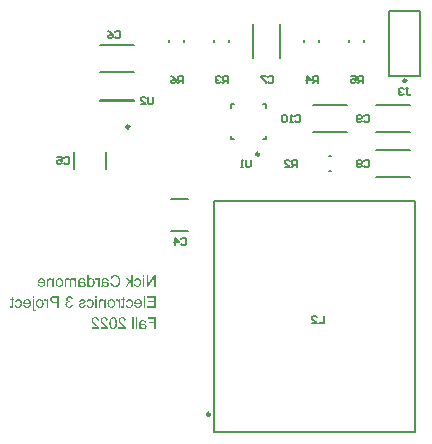
<source format=gbo>
G04*
G04 #@! TF.GenerationSoftware,Altium Limited,Altium Designer,22.3.1 (43)*
G04*
G04 Layer_Color=32896*
%FSLAX25Y25*%
%MOIN*%
G70*
G04*
G04 #@! TF.SameCoordinates,F7C1A061-9160-4E77-96F9-A621A9ACEB86*
G04*
G04*
G04 #@! TF.FilePolarity,Positive*
G04*
G01*
G75*
%ADD11C,0.00984*%
%ADD12C,0.00787*%
%ADD14C,0.00500*%
G36*
X-103100Y43852D02*
X-103006Y43846D01*
X-102917Y43830D01*
X-102834Y43813D01*
X-102756Y43791D01*
X-102684Y43769D01*
X-102617Y43741D01*
X-102556Y43713D01*
X-102501Y43685D01*
X-102456Y43657D01*
X-102417Y43635D01*
X-102384Y43613D01*
X-102356Y43596D01*
X-102340Y43580D01*
X-102329Y43574D01*
X-102323Y43569D01*
X-102268Y43513D01*
X-102218Y43452D01*
X-102168Y43385D01*
X-102129Y43319D01*
X-102062Y43186D01*
X-102018Y43053D01*
X-102001Y42991D01*
X-101985Y42930D01*
X-101973Y42880D01*
X-101962Y42836D01*
X-101957Y42797D01*
Y42770D01*
X-101951Y42753D01*
Y42747D01*
X-102434Y42697D01*
X-102445Y42825D01*
X-102467Y42936D01*
X-102501Y43036D01*
X-102540Y43113D01*
X-102573Y43180D01*
X-102606Y43224D01*
X-102628Y43252D01*
X-102639Y43263D01*
X-102723Y43330D01*
X-102811Y43380D01*
X-102906Y43419D01*
X-102989Y43441D01*
X-103067Y43458D01*
X-103133Y43463D01*
X-103156Y43469D01*
X-103189D01*
X-103305Y43463D01*
X-103411Y43441D01*
X-103500Y43408D01*
X-103577Y43374D01*
X-103638Y43336D01*
X-103677Y43308D01*
X-103705Y43286D01*
X-103716Y43275D01*
X-103783Y43197D01*
X-103833Y43119D01*
X-103872Y43041D01*
X-103894Y42964D01*
X-103910Y42903D01*
X-103916Y42847D01*
X-103921Y42814D01*
Y42808D01*
Y42803D01*
X-103910Y42703D01*
X-103888Y42597D01*
X-103849Y42503D01*
X-103810Y42414D01*
X-103766Y42342D01*
X-103727Y42281D01*
X-103716Y42259D01*
X-103705Y42242D01*
X-103694Y42237D01*
Y42231D01*
X-103649Y42170D01*
X-103594Y42109D01*
X-103533Y42042D01*
X-103466Y41976D01*
X-103328Y41843D01*
X-103189Y41709D01*
X-103117Y41648D01*
X-103056Y41593D01*
X-102995Y41543D01*
X-102945Y41499D01*
X-102906Y41465D01*
X-102873Y41438D01*
X-102850Y41421D01*
X-102845Y41415D01*
X-102706Y41299D01*
X-102578Y41188D01*
X-102473Y41088D01*
X-102390Y41005D01*
X-102317Y40932D01*
X-102268Y40883D01*
X-102240Y40849D01*
X-102229Y40844D01*
Y40838D01*
X-102151Y40744D01*
X-102090Y40655D01*
X-102034Y40566D01*
X-101990Y40488D01*
X-101957Y40422D01*
X-101935Y40372D01*
X-101923Y40339D01*
X-101918Y40333D01*
Y40327D01*
X-101896Y40266D01*
X-101885Y40211D01*
X-101874Y40155D01*
X-101868Y40106D01*
X-101862Y40061D01*
Y40028D01*
Y40005D01*
Y40000D01*
X-104410D01*
Y40455D01*
X-102517D01*
X-102584Y40549D01*
X-102617Y40588D01*
X-102645Y40627D01*
X-102673Y40660D01*
X-102695Y40683D01*
X-102711Y40699D01*
X-102717Y40705D01*
X-102745Y40733D01*
X-102778Y40760D01*
X-102856Y40832D01*
X-102945Y40916D01*
X-103039Y40999D01*
X-103128Y41071D01*
X-103167Y41105D01*
X-103200Y41138D01*
X-103228Y41160D01*
X-103250Y41177D01*
X-103261Y41188D01*
X-103267Y41193D01*
X-103355Y41271D01*
X-103444Y41343D01*
X-103522Y41415D01*
X-103594Y41476D01*
X-103661Y41537D01*
X-103716Y41593D01*
X-103772Y41643D01*
X-103816Y41687D01*
X-103860Y41732D01*
X-103894Y41765D01*
X-103921Y41793D01*
X-103949Y41820D01*
X-103977Y41854D01*
X-103988Y41865D01*
X-104066Y41959D01*
X-104132Y42042D01*
X-104188Y42126D01*
X-104232Y42192D01*
X-104265Y42253D01*
X-104288Y42298D01*
X-104299Y42325D01*
X-104304Y42336D01*
X-104338Y42420D01*
X-104360Y42503D01*
X-104382Y42581D01*
X-104393Y42647D01*
X-104399Y42708D01*
X-104404Y42753D01*
Y42781D01*
Y42792D01*
X-104399Y42875D01*
X-104388Y42953D01*
X-104376Y43030D01*
X-104354Y43097D01*
X-104299Y43230D01*
X-104243Y43336D01*
X-104210Y43385D01*
X-104182Y43424D01*
X-104155Y43463D01*
X-104127Y43491D01*
X-104104Y43513D01*
X-104094Y43535D01*
X-104082Y43541D01*
X-104077Y43546D01*
X-104016Y43602D01*
X-103949Y43652D01*
X-103877Y43691D01*
X-103805Y43724D01*
X-103661Y43780D01*
X-103516Y43818D01*
X-103455Y43830D01*
X-103394Y43841D01*
X-103339Y43846D01*
X-103294Y43852D01*
X-103255Y43857D01*
X-103200D01*
X-103100Y43852D01*
D02*
G37*
G36*
X-109072D02*
X-108977Y43846D01*
X-108889Y43830D01*
X-108805Y43813D01*
X-108728Y43791D01*
X-108656Y43769D01*
X-108589Y43741D01*
X-108528Y43713D01*
X-108472Y43685D01*
X-108428Y43657D01*
X-108389Y43635D01*
X-108356Y43613D01*
X-108328Y43596D01*
X-108311Y43580D01*
X-108300Y43574D01*
X-108295Y43569D01*
X-108239Y43513D01*
X-108189Y43452D01*
X-108139Y43385D01*
X-108100Y43319D01*
X-108034Y43186D01*
X-107990Y43053D01*
X-107973Y42991D01*
X-107956Y42930D01*
X-107945Y42880D01*
X-107934Y42836D01*
X-107929Y42797D01*
Y42770D01*
X-107923Y42753D01*
Y42747D01*
X-108406Y42697D01*
X-108417Y42825D01*
X-108439Y42936D01*
X-108472Y43036D01*
X-108511Y43113D01*
X-108545Y43180D01*
X-108578Y43224D01*
X-108600Y43252D01*
X-108611Y43263D01*
X-108694Y43330D01*
X-108783Y43380D01*
X-108878Y43419D01*
X-108961Y43441D01*
X-109038Y43458D01*
X-109105Y43463D01*
X-109127Y43469D01*
X-109161D01*
X-109277Y43463D01*
X-109383Y43441D01*
X-109471Y43408D01*
X-109549Y43374D01*
X-109610Y43336D01*
X-109649Y43308D01*
X-109677Y43286D01*
X-109688Y43275D01*
X-109754Y43197D01*
X-109804Y43119D01*
X-109843Y43041D01*
X-109865Y42964D01*
X-109882Y42903D01*
X-109888Y42847D01*
X-109893Y42814D01*
Y42808D01*
Y42803D01*
X-109882Y42703D01*
X-109860Y42597D01*
X-109821Y42503D01*
X-109782Y42414D01*
X-109738Y42342D01*
X-109699Y42281D01*
X-109688Y42259D01*
X-109677Y42242D01*
X-109666Y42237D01*
Y42231D01*
X-109621Y42170D01*
X-109566Y42109D01*
X-109505Y42042D01*
X-109438Y41976D01*
X-109299Y41843D01*
X-109161Y41709D01*
X-109088Y41648D01*
X-109027Y41593D01*
X-108966Y41543D01*
X-108916Y41499D01*
X-108878Y41465D01*
X-108844Y41438D01*
X-108822Y41421D01*
X-108817Y41415D01*
X-108678Y41299D01*
X-108550Y41188D01*
X-108445Y41088D01*
X-108361Y41005D01*
X-108289Y40932D01*
X-108239Y40883D01*
X-108212Y40849D01*
X-108201Y40844D01*
Y40838D01*
X-108123Y40744D01*
X-108062Y40655D01*
X-108006Y40566D01*
X-107962Y40488D01*
X-107929Y40422D01*
X-107906Y40372D01*
X-107895Y40339D01*
X-107890Y40333D01*
Y40327D01*
X-107868Y40266D01*
X-107856Y40211D01*
X-107845Y40155D01*
X-107840Y40106D01*
X-107834Y40061D01*
Y40028D01*
Y40005D01*
Y40000D01*
X-110382D01*
Y40455D01*
X-108489D01*
X-108556Y40549D01*
X-108589Y40588D01*
X-108617Y40627D01*
X-108644Y40660D01*
X-108667Y40683D01*
X-108683Y40699D01*
X-108689Y40705D01*
X-108717Y40733D01*
X-108750Y40760D01*
X-108828Y40832D01*
X-108916Y40916D01*
X-109011Y40999D01*
X-109099Y41071D01*
X-109138Y41105D01*
X-109172Y41138D01*
X-109200Y41160D01*
X-109222Y41177D01*
X-109233Y41188D01*
X-109238Y41193D01*
X-109327Y41271D01*
X-109416Y41343D01*
X-109494Y41415D01*
X-109566Y41476D01*
X-109632Y41537D01*
X-109688Y41593D01*
X-109743Y41643D01*
X-109788Y41687D01*
X-109832Y41732D01*
X-109865Y41765D01*
X-109893Y41793D01*
X-109921Y41820D01*
X-109949Y41854D01*
X-109960Y41865D01*
X-110038Y41959D01*
X-110104Y42042D01*
X-110160Y42126D01*
X-110204Y42192D01*
X-110237Y42253D01*
X-110259Y42298D01*
X-110271Y42325D01*
X-110276Y42336D01*
X-110309Y42420D01*
X-110332Y42503D01*
X-110354Y42581D01*
X-110365Y42647D01*
X-110371Y42708D01*
X-110376Y42753D01*
Y42781D01*
Y42792D01*
X-110371Y42875D01*
X-110359Y42953D01*
X-110348Y43030D01*
X-110326Y43097D01*
X-110271Y43230D01*
X-110215Y43336D01*
X-110182Y43385D01*
X-110154Y43424D01*
X-110126Y43463D01*
X-110099Y43491D01*
X-110076Y43513D01*
X-110065Y43535D01*
X-110054Y43541D01*
X-110049Y43546D01*
X-109988Y43602D01*
X-109921Y43652D01*
X-109849Y43691D01*
X-109777Y43724D01*
X-109632Y43780D01*
X-109488Y43818D01*
X-109427Y43830D01*
X-109366Y43841D01*
X-109310Y43846D01*
X-109266Y43852D01*
X-109227Y43857D01*
X-109172D01*
X-109072Y43852D01*
D02*
G37*
G36*
X-112058D02*
X-111963Y43846D01*
X-111874Y43830D01*
X-111791Y43813D01*
X-111714Y43791D01*
X-111642Y43769D01*
X-111575Y43741D01*
X-111514Y43713D01*
X-111458Y43685D01*
X-111414Y43657D01*
X-111375Y43635D01*
X-111342Y43613D01*
X-111314Y43596D01*
X-111297Y43580D01*
X-111286Y43574D01*
X-111281Y43569D01*
X-111225Y43513D01*
X-111175Y43452D01*
X-111125Y43385D01*
X-111086Y43319D01*
X-111020Y43186D01*
X-110976Y43053D01*
X-110959Y42991D01*
X-110942Y42930D01*
X-110931Y42880D01*
X-110920Y42836D01*
X-110914Y42797D01*
Y42770D01*
X-110909Y42753D01*
Y42747D01*
X-111392Y42697D01*
X-111403Y42825D01*
X-111425Y42936D01*
X-111458Y43036D01*
X-111497Y43113D01*
X-111530Y43180D01*
X-111564Y43224D01*
X-111586Y43252D01*
X-111597Y43263D01*
X-111680Y43330D01*
X-111769Y43380D01*
X-111863Y43419D01*
X-111947Y43441D01*
X-112024Y43458D01*
X-112091Y43463D01*
X-112113Y43469D01*
X-112146D01*
X-112263Y43463D01*
X-112369Y43441D01*
X-112457Y43408D01*
X-112535Y43374D01*
X-112596Y43336D01*
X-112635Y43308D01*
X-112663Y43286D01*
X-112674Y43275D01*
X-112740Y43197D01*
X-112790Y43119D01*
X-112829Y43041D01*
X-112851Y42964D01*
X-112868Y42903D01*
X-112874Y42847D01*
X-112879Y42814D01*
Y42808D01*
Y42803D01*
X-112868Y42703D01*
X-112846Y42597D01*
X-112807Y42503D01*
X-112768Y42414D01*
X-112724Y42342D01*
X-112685Y42281D01*
X-112674Y42259D01*
X-112663Y42242D01*
X-112652Y42237D01*
Y42231D01*
X-112607Y42170D01*
X-112552Y42109D01*
X-112491Y42042D01*
X-112424Y41976D01*
X-112285Y41843D01*
X-112146Y41709D01*
X-112074Y41648D01*
X-112013Y41593D01*
X-111952Y41543D01*
X-111902Y41499D01*
X-111863Y41465D01*
X-111830Y41438D01*
X-111808Y41421D01*
X-111802Y41415D01*
X-111664Y41299D01*
X-111536Y41188D01*
X-111431Y41088D01*
X-111347Y41005D01*
X-111275Y40932D01*
X-111225Y40883D01*
X-111197Y40849D01*
X-111186Y40844D01*
Y40838D01*
X-111109Y40744D01*
X-111048Y40655D01*
X-110992Y40566D01*
X-110948Y40488D01*
X-110914Y40422D01*
X-110892Y40372D01*
X-110881Y40339D01*
X-110875Y40333D01*
Y40327D01*
X-110853Y40266D01*
X-110842Y40211D01*
X-110831Y40155D01*
X-110826Y40106D01*
X-110820Y40061D01*
Y40028D01*
Y40005D01*
Y40000D01*
X-113367D01*
Y40455D01*
X-111475D01*
X-111542Y40549D01*
X-111575Y40588D01*
X-111603Y40627D01*
X-111630Y40660D01*
X-111653Y40683D01*
X-111669Y40699D01*
X-111675Y40705D01*
X-111703Y40733D01*
X-111736Y40760D01*
X-111813Y40832D01*
X-111902Y40916D01*
X-111997Y40999D01*
X-112085Y41071D01*
X-112124Y41105D01*
X-112158Y41138D01*
X-112185Y41160D01*
X-112207Y41177D01*
X-112219Y41188D01*
X-112224Y41193D01*
X-112313Y41271D01*
X-112402Y41343D01*
X-112479Y41415D01*
X-112552Y41476D01*
X-112618Y41537D01*
X-112674Y41593D01*
X-112729Y41643D01*
X-112774Y41687D01*
X-112818Y41732D01*
X-112851Y41765D01*
X-112879Y41793D01*
X-112907Y41820D01*
X-112935Y41854D01*
X-112946Y41865D01*
X-113023Y41959D01*
X-113090Y42042D01*
X-113145Y42126D01*
X-113190Y42192D01*
X-113223Y42253D01*
X-113245Y42298D01*
X-113257Y42325D01*
X-113262Y42336D01*
X-113295Y42420D01*
X-113318Y42503D01*
X-113340Y42581D01*
X-113351Y42647D01*
X-113356Y42708D01*
X-113362Y42753D01*
Y42781D01*
Y42792D01*
X-113356Y42875D01*
X-113345Y42953D01*
X-113334Y43030D01*
X-113312Y43097D01*
X-113257Y43230D01*
X-113201Y43336D01*
X-113168Y43385D01*
X-113140Y43424D01*
X-113112Y43463D01*
X-113084Y43491D01*
X-113062Y43513D01*
X-113051Y43535D01*
X-113040Y43541D01*
X-113034Y43546D01*
X-112973Y43602D01*
X-112907Y43652D01*
X-112835Y43691D01*
X-112763Y43724D01*
X-112618Y43780D01*
X-112474Y43818D01*
X-112413Y43830D01*
X-112352Y43841D01*
X-112296Y43846D01*
X-112252Y43852D01*
X-112213Y43857D01*
X-112158D01*
X-112058Y43852D01*
D02*
G37*
G36*
X-96240Y42842D02*
X-96124Y42831D01*
X-96013Y42814D01*
X-95924Y42797D01*
X-95846Y42781D01*
X-95791Y42764D01*
X-95768Y42758D01*
X-95752Y42753D01*
X-95746Y42747D01*
X-95741D01*
X-95646Y42708D01*
X-95563Y42658D01*
X-95491Y42614D01*
X-95430Y42570D01*
X-95385Y42525D01*
X-95352Y42492D01*
X-95330Y42470D01*
X-95324Y42464D01*
X-95275Y42392D01*
X-95230Y42314D01*
X-95197Y42237D01*
X-95169Y42164D01*
X-95147Y42092D01*
X-95130Y42042D01*
X-95125Y42020D01*
Y42004D01*
X-95119Y41998D01*
Y41993D01*
X-95580Y41931D01*
X-95613Y42031D01*
X-95646Y42120D01*
X-95685Y42192D01*
X-95718Y42248D01*
X-95752Y42292D01*
X-95780Y42320D01*
X-95802Y42336D01*
X-95807Y42342D01*
X-95874Y42381D01*
X-95952Y42409D01*
X-96035Y42431D01*
X-96113Y42442D01*
X-96190Y42453D01*
X-96246Y42459D01*
X-96301D01*
X-96429Y42453D01*
X-96540Y42437D01*
X-96629Y42409D01*
X-96706Y42381D01*
X-96762Y42348D01*
X-96806Y42325D01*
X-96834Y42303D01*
X-96840Y42298D01*
X-96884Y42248D01*
X-96917Y42187D01*
X-96945Y42120D01*
X-96962Y42053D01*
X-96973Y41993D01*
X-96978Y41937D01*
Y41904D01*
Y41898D01*
Y41892D01*
Y41881D01*
Y41859D01*
Y41820D01*
X-96973Y41787D01*
Y41776D01*
Y41770D01*
X-96917Y41754D01*
X-96856Y41737D01*
X-96729Y41704D01*
X-96584Y41676D01*
X-96451Y41648D01*
X-96385Y41637D01*
X-96324Y41632D01*
X-96268Y41621D01*
X-96224Y41615D01*
X-96185Y41609D01*
X-96157D01*
X-96135Y41604D01*
X-96129D01*
X-96029Y41593D01*
X-95946Y41576D01*
X-95874Y41565D01*
X-95818Y41554D01*
X-95774Y41548D01*
X-95741Y41537D01*
X-95718Y41532D01*
X-95713D01*
X-95641Y41510D01*
X-95580Y41487D01*
X-95519Y41460D01*
X-95469Y41438D01*
X-95424Y41415D01*
X-95397Y41393D01*
X-95374Y41382D01*
X-95369Y41376D01*
X-95313Y41337D01*
X-95269Y41293D01*
X-95224Y41249D01*
X-95191Y41204D01*
X-95164Y41166D01*
X-95141Y41132D01*
X-95130Y41110D01*
X-95125Y41105D01*
X-95097Y41043D01*
X-95075Y40977D01*
X-95058Y40916D01*
X-95047Y40855D01*
X-95041Y40805D01*
X-95036Y40766D01*
Y40744D01*
Y40733D01*
X-95041Y40666D01*
X-95047Y40611D01*
X-95075Y40494D01*
X-95113Y40400D01*
X-95158Y40316D01*
X-95202Y40250D01*
X-95241Y40200D01*
X-95269Y40172D01*
X-95280Y40161D01*
X-95380Y40089D01*
X-95491Y40033D01*
X-95613Y39994D01*
X-95724Y39967D01*
X-95824Y39950D01*
X-95868Y39944D01*
X-95907D01*
X-95941Y39939D01*
X-95985D01*
X-96085Y39944D01*
X-96185Y39956D01*
X-96273Y39967D01*
X-96351Y39983D01*
X-96412Y40000D01*
X-96462Y40017D01*
X-96495Y40022D01*
X-96507Y40028D01*
X-96601Y40067D01*
X-96690Y40117D01*
X-96773Y40172D01*
X-96856Y40222D01*
X-96923Y40272D01*
X-96973Y40311D01*
X-97006Y40339D01*
X-97012Y40350D01*
X-97017D01*
X-97028Y40277D01*
X-97039Y40211D01*
X-97050Y40150D01*
X-97067Y40100D01*
X-97084Y40056D01*
X-97095Y40028D01*
X-97101Y40005D01*
X-97106Y40000D01*
X-97600D01*
X-97572Y40061D01*
X-97544Y40122D01*
X-97522Y40178D01*
X-97511Y40228D01*
X-97495Y40272D01*
X-97489Y40305D01*
X-97483Y40327D01*
Y40333D01*
X-97478Y40372D01*
X-97472Y40422D01*
Y40477D01*
X-97467Y40538D01*
X-97461Y40677D01*
Y40816D01*
X-97456Y40949D01*
Y41010D01*
Y41060D01*
Y41105D01*
Y41138D01*
Y41160D01*
Y41166D01*
Y41798D01*
Y41904D01*
X-97450Y41998D01*
X-97445Y42070D01*
Y42131D01*
X-97439Y42176D01*
X-97434Y42209D01*
X-97428Y42226D01*
Y42231D01*
X-97411Y42303D01*
X-97389Y42364D01*
X-97367Y42414D01*
X-97339Y42464D01*
X-97317Y42498D01*
X-97300Y42525D01*
X-97289Y42542D01*
X-97284Y42547D01*
X-97239Y42592D01*
X-97189Y42636D01*
X-97134Y42669D01*
X-97078Y42703D01*
X-97028Y42725D01*
X-96989Y42742D01*
X-96962Y42753D01*
X-96951Y42758D01*
X-96862Y42786D01*
X-96767Y42808D01*
X-96673Y42825D01*
X-96579Y42836D01*
X-96495Y42842D01*
X-96434Y42847D01*
X-96373D01*
X-96240Y42842D01*
D02*
G37*
G36*
X-92000Y40000D02*
X-92511D01*
Y41743D01*
X-94314D01*
Y42198D01*
X-92511D01*
Y43385D01*
X-94597D01*
Y43841D01*
X-92000D01*
Y40000D01*
D02*
G37*
G36*
X-98172D02*
X-98643D01*
Y43841D01*
X-98172D01*
Y40000D01*
D02*
G37*
G36*
X-99365D02*
X-99837D01*
Y43841D01*
X-99365D01*
Y40000D01*
D02*
G37*
G36*
X-106019Y43846D02*
X-105880Y43824D01*
X-105764Y43785D01*
X-105664Y43746D01*
X-105581Y43702D01*
X-105548Y43685D01*
X-105520Y43663D01*
X-105498Y43652D01*
X-105481Y43641D01*
X-105475Y43630D01*
X-105470D01*
X-105370Y43541D01*
X-105287Y43435D01*
X-105215Y43330D01*
X-105159Y43230D01*
X-105115Y43136D01*
X-105093Y43097D01*
X-105081Y43058D01*
X-105070Y43030D01*
X-105059Y43008D01*
X-105054Y42997D01*
Y42991D01*
X-105031Y42908D01*
X-105009Y42825D01*
X-104976Y42642D01*
X-104948Y42459D01*
X-104931Y42287D01*
X-104926Y42203D01*
X-104920Y42131D01*
Y42065D01*
X-104915Y42004D01*
Y41959D01*
Y41920D01*
Y41898D01*
Y41892D01*
X-104920Y41698D01*
X-104931Y41515D01*
X-104948Y41349D01*
X-104976Y41193D01*
X-105004Y41049D01*
X-105037Y40921D01*
X-105070Y40805D01*
X-105104Y40705D01*
X-105137Y40616D01*
X-105176Y40538D01*
X-105203Y40472D01*
X-105231Y40422D01*
X-105259Y40377D01*
X-105276Y40350D01*
X-105287Y40333D01*
X-105292Y40327D01*
X-105353Y40261D01*
X-105420Y40200D01*
X-105492Y40144D01*
X-105564Y40100D01*
X-105636Y40061D01*
X-105709Y40028D01*
X-105781Y40005D01*
X-105847Y39983D01*
X-105914Y39967D01*
X-105975Y39956D01*
X-106030Y39944D01*
X-106075Y39939D01*
X-106114Y39933D01*
X-106169D01*
X-106319Y39944D01*
X-106458Y39967D01*
X-106574Y40005D01*
X-106674Y40044D01*
X-106757Y40083D01*
X-106785Y40106D01*
X-106813Y40122D01*
X-106835Y40133D01*
X-106852Y40144D01*
X-106857Y40155D01*
X-106863D01*
X-106963Y40250D01*
X-107046Y40350D01*
X-107118Y40461D01*
X-107174Y40561D01*
X-107218Y40655D01*
X-107240Y40694D01*
X-107251Y40733D01*
X-107263Y40760D01*
X-107274Y40782D01*
X-107279Y40794D01*
Y40799D01*
X-107307Y40883D01*
X-107329Y40966D01*
X-107362Y41143D01*
X-107390Y41326D01*
X-107407Y41504D01*
X-107412Y41582D01*
X-107418Y41654D01*
Y41721D01*
X-107423Y41781D01*
Y41826D01*
Y41865D01*
Y41887D01*
Y41892D01*
Y41998D01*
X-107418Y42098D01*
Y42187D01*
X-107412Y42276D01*
X-107401Y42353D01*
X-107396Y42431D01*
X-107390Y42498D01*
X-107379Y42559D01*
X-107373Y42614D01*
X-107362Y42664D01*
X-107357Y42703D01*
X-107351Y42736D01*
X-107346Y42764D01*
X-107340Y42781D01*
X-107335Y42792D01*
Y42797D01*
X-107301Y42919D01*
X-107263Y43030D01*
X-107218Y43125D01*
X-107185Y43208D01*
X-107146Y43280D01*
X-107124Y43330D01*
X-107102Y43358D01*
X-107096Y43369D01*
X-107035Y43452D01*
X-106974Y43524D01*
X-106907Y43585D01*
X-106846Y43641D01*
X-106791Y43680D01*
X-106746Y43707D01*
X-106719Y43724D01*
X-106713Y43730D01*
X-106708D01*
X-106619Y43774D01*
X-106524Y43802D01*
X-106436Y43824D01*
X-106352Y43841D01*
X-106280Y43852D01*
X-106219Y43857D01*
X-106169D01*
X-106019Y43846D01*
D02*
G37*
G36*
X-111630Y50302D02*
X-112102D01*
Y50841D01*
X-111630D01*
Y50302D01*
D02*
G37*
G36*
X-132515Y50291D02*
X-132987D01*
Y50841D01*
X-132515D01*
Y50291D01*
D02*
G37*
G36*
X-120599Y50846D02*
X-120449Y50818D01*
X-120322Y50774D01*
X-120211Y50730D01*
X-120161Y50702D01*
X-120122Y50680D01*
X-120083Y50657D01*
X-120055Y50635D01*
X-120033Y50619D01*
X-120016Y50608D01*
X-120005Y50602D01*
X-120000Y50596D01*
X-119894Y50491D01*
X-119811Y50374D01*
X-119745Y50252D01*
X-119689Y50130D01*
X-119656Y50025D01*
X-119639Y49980D01*
X-119628Y49942D01*
X-119622Y49908D01*
X-119617Y49886D01*
X-119611Y49869D01*
Y49864D01*
X-120083Y49780D01*
X-120105Y49903D01*
X-120139Y50008D01*
X-120177Y50097D01*
X-120216Y50169D01*
X-120255Y50225D01*
X-120288Y50263D01*
X-120310Y50291D01*
X-120316Y50297D01*
X-120388Y50352D01*
X-120466Y50397D01*
X-120538Y50424D01*
X-120610Y50447D01*
X-120677Y50458D01*
X-120727Y50469D01*
X-120771D01*
X-120871Y50463D01*
X-120960Y50441D01*
X-121038Y50413D01*
X-121104Y50385D01*
X-121154Y50352D01*
X-121193Y50324D01*
X-121221Y50302D01*
X-121226Y50297D01*
X-121287Y50230D01*
X-121332Y50158D01*
X-121360Y50086D01*
X-121382Y50019D01*
X-121393Y49958D01*
X-121404Y49914D01*
Y49880D01*
Y49875D01*
Y49869D01*
Y49808D01*
X-121393Y49753D01*
X-121365Y49658D01*
X-121326Y49575D01*
X-121282Y49503D01*
X-121237Y49453D01*
X-121199Y49414D01*
X-121171Y49392D01*
X-121165Y49387D01*
X-121160D01*
X-121065Y49336D01*
X-120976Y49298D01*
X-120882Y49270D01*
X-120799Y49253D01*
X-120727Y49242D01*
X-120666Y49231D01*
X-120594D01*
X-120571Y49237D01*
X-120544D01*
X-120488Y48820D01*
X-120560Y48837D01*
X-120627Y48848D01*
X-120682Y48859D01*
X-120732Y48865D01*
X-120771Y48870D01*
X-120821D01*
X-120938Y48859D01*
X-121043Y48837D01*
X-121137Y48804D01*
X-121215Y48765D01*
X-121276Y48726D01*
X-121321Y48693D01*
X-121348Y48671D01*
X-121360Y48659D01*
X-121432Y48576D01*
X-121487Y48487D01*
X-121526Y48399D01*
X-121548Y48310D01*
X-121565Y48238D01*
X-121570Y48177D01*
X-121576Y48154D01*
Y48138D01*
Y48127D01*
Y48121D01*
X-121565Y47999D01*
X-121537Y47888D01*
X-121504Y47794D01*
X-121459Y47710D01*
X-121415Y47644D01*
X-121382Y47594D01*
X-121354Y47561D01*
X-121343Y47550D01*
X-121254Y47472D01*
X-121160Y47416D01*
X-121065Y47377D01*
X-120976Y47350D01*
X-120899Y47333D01*
X-120838Y47327D01*
X-120816Y47322D01*
X-120782D01*
X-120682Y47327D01*
X-120588Y47350D01*
X-120505Y47377D01*
X-120438Y47411D01*
X-120383Y47438D01*
X-120338Y47466D01*
X-120316Y47488D01*
X-120305Y47494D01*
X-120238Y47572D01*
X-120183Y47660D01*
X-120133Y47755D01*
X-120094Y47855D01*
X-120066Y47938D01*
X-120055Y47977D01*
X-120050Y48010D01*
X-120044Y48038D01*
X-120039Y48060D01*
X-120033Y48071D01*
Y48077D01*
X-119561Y48016D01*
X-119572Y47927D01*
X-119589Y47844D01*
X-119639Y47688D01*
X-119700Y47555D01*
X-119733Y47499D01*
X-119767Y47444D01*
X-119800Y47394D01*
X-119833Y47355D01*
X-119861Y47316D01*
X-119889Y47289D01*
X-119905Y47266D01*
X-119922Y47250D01*
X-119933Y47239D01*
X-119939Y47233D01*
X-120005Y47183D01*
X-120072Y47133D01*
X-120139Y47094D01*
X-120211Y47061D01*
X-120349Y47006D01*
X-120483Y46972D01*
X-120544Y46961D01*
X-120599Y46950D01*
X-120649Y46944D01*
X-120694Y46939D01*
X-120727Y46933D01*
X-120777D01*
X-120882Y46939D01*
X-120976Y46950D01*
X-121071Y46967D01*
X-121160Y46989D01*
X-121243Y47017D01*
X-121315Y47044D01*
X-121387Y47078D01*
X-121448Y47111D01*
X-121509Y47139D01*
X-121559Y47172D01*
X-121604Y47200D01*
X-121637Y47228D01*
X-121665Y47250D01*
X-121687Y47266D01*
X-121698Y47278D01*
X-121704Y47283D01*
X-121770Y47350D01*
X-121826Y47422D01*
X-121876Y47494D01*
X-121920Y47566D01*
X-121953Y47633D01*
X-121987Y47705D01*
X-122031Y47838D01*
X-122042Y47899D01*
X-122053Y47955D01*
X-122064Y48005D01*
X-122070Y48049D01*
X-122075Y48082D01*
Y48110D01*
Y48127D01*
Y48132D01*
X-122070Y48265D01*
X-122048Y48388D01*
X-122014Y48493D01*
X-121981Y48582D01*
X-121948Y48654D01*
X-121915Y48709D01*
X-121892Y48743D01*
X-121887Y48754D01*
X-121809Y48837D01*
X-121726Y48909D01*
X-121637Y48965D01*
X-121548Y49009D01*
X-121470Y49042D01*
X-121409Y49065D01*
X-121387Y49070D01*
X-121371Y49076D01*
X-121360Y49081D01*
X-121354D01*
X-121448Y49131D01*
X-121526Y49181D01*
X-121593Y49237D01*
X-121648Y49287D01*
X-121693Y49331D01*
X-121726Y49370D01*
X-121742Y49392D01*
X-121748Y49403D01*
X-121792Y49481D01*
X-121826Y49559D01*
X-121853Y49636D01*
X-121870Y49708D01*
X-121881Y49769D01*
X-121887Y49814D01*
Y49847D01*
Y49858D01*
X-121881Y49953D01*
X-121865Y50047D01*
X-121842Y50130D01*
X-121815Y50202D01*
X-121787Y50263D01*
X-121765Y50313D01*
X-121748Y50341D01*
X-121742Y50352D01*
X-121687Y50435D01*
X-121620Y50508D01*
X-121554Y50569D01*
X-121487Y50624D01*
X-121432Y50663D01*
X-121382Y50696D01*
X-121348Y50713D01*
X-121343Y50718D01*
X-121337D01*
X-121237Y50763D01*
X-121137Y50796D01*
X-121038Y50824D01*
X-120949Y50841D01*
X-120877Y50852D01*
X-120816Y50857D01*
X-120677D01*
X-120599Y50846D01*
D02*
G37*
G36*
X-102456Y50474D02*
Y49786D01*
X-102107D01*
Y49420D01*
X-102456D01*
Y47810D01*
Y47733D01*
Y47666D01*
X-102462Y47605D01*
X-102467Y47544D01*
Y47494D01*
X-102473Y47449D01*
X-102484Y47377D01*
X-102495Y47322D01*
X-102501Y47283D01*
X-102512Y47261D01*
Y47255D01*
X-102534Y47205D01*
X-102567Y47166D01*
X-102601Y47128D01*
X-102628Y47100D01*
X-102662Y47072D01*
X-102684Y47056D01*
X-102700Y47044D01*
X-102706Y47039D01*
X-102767Y47011D01*
X-102828Y46995D01*
X-102895Y46978D01*
X-102961Y46972D01*
X-103017Y46967D01*
X-103061Y46961D01*
X-103105D01*
X-103228Y46967D01*
X-103289Y46972D01*
X-103344Y46983D01*
X-103394Y46989D01*
X-103433Y46995D01*
X-103455Y47000D01*
X-103466D01*
X-103405Y47416D01*
X-103361Y47411D01*
X-103316Y47405D01*
X-103278D01*
X-103250Y47400D01*
X-103194D01*
X-103122Y47405D01*
X-103072Y47416D01*
X-103044Y47427D01*
X-103033Y47433D01*
X-102995Y47461D01*
X-102972Y47488D01*
X-102956Y47511D01*
X-102950Y47522D01*
X-102945Y47550D01*
X-102939Y47588D01*
X-102934Y47677D01*
X-102928Y47716D01*
Y47749D01*
Y47771D01*
Y47782D01*
Y49420D01*
X-103405D01*
Y49786D01*
X-102928D01*
Y50757D01*
X-102456Y50474D01*
D02*
G37*
G36*
X-139464D02*
Y49786D01*
X-139114D01*
Y49420D01*
X-139464D01*
Y47810D01*
Y47733D01*
Y47666D01*
X-139469Y47605D01*
X-139475Y47544D01*
Y47494D01*
X-139480Y47449D01*
X-139491Y47377D01*
X-139502Y47322D01*
X-139508Y47283D01*
X-139519Y47261D01*
Y47255D01*
X-139541Y47205D01*
X-139575Y47166D01*
X-139608Y47128D01*
X-139636Y47100D01*
X-139669Y47072D01*
X-139691Y47056D01*
X-139708Y47044D01*
X-139713Y47039D01*
X-139774Y47011D01*
X-139835Y46995D01*
X-139902Y46978D01*
X-139969Y46972D01*
X-140024Y46967D01*
X-140069Y46961D01*
X-140113D01*
X-140235Y46967D01*
X-140296Y46972D01*
X-140352Y46983D01*
X-140401Y46989D01*
X-140440Y46995D01*
X-140463Y47000D01*
X-140474D01*
X-140413Y47416D01*
X-140368Y47411D01*
X-140324Y47405D01*
X-140285D01*
X-140257Y47400D01*
X-140202D01*
X-140130Y47405D01*
X-140080Y47416D01*
X-140052Y47427D01*
X-140041Y47433D01*
X-140002Y47461D01*
X-139980Y47488D01*
X-139963Y47511D01*
X-139957Y47522D01*
X-139952Y47550D01*
X-139946Y47588D01*
X-139941Y47677D01*
X-139935Y47716D01*
Y47749D01*
Y47771D01*
Y47782D01*
Y49420D01*
X-140413D01*
Y49786D01*
X-139935D01*
Y50757D01*
X-139464Y50474D01*
D02*
G37*
G36*
X-97739Y49842D02*
X-97639Y49830D01*
X-97544Y49814D01*
X-97456Y49786D01*
X-97372Y49758D01*
X-97295Y49725D01*
X-97223Y49692D01*
X-97162Y49653D01*
X-97101Y49620D01*
X-97050Y49581D01*
X-97006Y49547D01*
X-96973Y49520D01*
X-96945Y49492D01*
X-96923Y49475D01*
X-96912Y49464D01*
X-96906Y49459D01*
X-96845Y49381D01*
X-96790Y49298D01*
X-96740Y49214D01*
X-96695Y49126D01*
X-96662Y49031D01*
X-96634Y48943D01*
X-96590Y48765D01*
X-96573Y48687D01*
X-96562Y48610D01*
X-96557Y48543D01*
X-96551Y48482D01*
X-96545Y48432D01*
Y48399D01*
Y48371D01*
Y48365D01*
X-96551Y48243D01*
X-96562Y48127D01*
X-96579Y48016D01*
X-96601Y47916D01*
X-96629Y47821D01*
X-96656Y47733D01*
X-96690Y47655D01*
X-96723Y47583D01*
X-96756Y47522D01*
X-96790Y47466D01*
X-96817Y47422D01*
X-96845Y47383D01*
X-96867Y47350D01*
X-96884Y47327D01*
X-96895Y47316D01*
X-96901Y47311D01*
X-96973Y47244D01*
X-97045Y47189D01*
X-97123Y47139D01*
X-97206Y47094D01*
X-97284Y47061D01*
X-97367Y47028D01*
X-97522Y46983D01*
X-97594Y46972D01*
X-97661Y46961D01*
X-97722Y46950D01*
X-97772Y46944D01*
X-97811Y46939D01*
X-97872D01*
X-98044Y46950D01*
X-98199Y46978D01*
X-98338Y47011D01*
X-98394Y47033D01*
X-98449Y47056D01*
X-98499Y47078D01*
X-98543Y47100D01*
X-98577Y47117D01*
X-98610Y47133D01*
X-98632Y47150D01*
X-98649Y47161D01*
X-98660Y47172D01*
X-98665D01*
X-98777Y47272D01*
X-98865Y47377D01*
X-98943Y47488D01*
X-98999Y47594D01*
X-99043Y47688D01*
X-99060Y47733D01*
X-99076Y47766D01*
X-99087Y47799D01*
X-99093Y47821D01*
X-99098Y47833D01*
Y47838D01*
X-98610Y47899D01*
X-98566Y47794D01*
X-98516Y47705D01*
X-98466Y47627D01*
X-98421Y47566D01*
X-98383Y47522D01*
X-98349Y47488D01*
X-98321Y47466D01*
X-98316Y47461D01*
X-98244Y47416D01*
X-98172Y47383D01*
X-98094Y47361D01*
X-98027Y47344D01*
X-97966Y47333D01*
X-97916Y47327D01*
X-97872D01*
X-97805Y47333D01*
X-97744Y47339D01*
X-97633Y47366D01*
X-97533Y47405D01*
X-97445Y47449D01*
X-97378Y47488D01*
X-97328Y47527D01*
X-97295Y47555D01*
X-97289Y47566D01*
X-97284D01*
X-97206Y47666D01*
X-97145Y47777D01*
X-97101Y47899D01*
X-97067Y48010D01*
X-97050Y48110D01*
X-97039Y48154D01*
X-97034Y48193D01*
Y48226D01*
X-97028Y48249D01*
Y48265D01*
Y48271D01*
X-99110D01*
X-99115Y48326D01*
Y48365D01*
Y48388D01*
Y48393D01*
X-99110Y48521D01*
X-99098Y48637D01*
X-99082Y48748D01*
X-99060Y48854D01*
X-99032Y48948D01*
X-99004Y49037D01*
X-98971Y49115D01*
X-98937Y49187D01*
X-98904Y49253D01*
X-98871Y49309D01*
X-98843Y49353D01*
X-98815Y49392D01*
X-98793Y49425D01*
X-98777Y49448D01*
X-98765Y49459D01*
X-98760Y49464D01*
X-98693Y49531D01*
X-98621Y49592D01*
X-98543Y49642D01*
X-98466Y49686D01*
X-98388Y49725D01*
X-98316Y49753D01*
X-98238Y49780D01*
X-98172Y49797D01*
X-98099Y49814D01*
X-98038Y49825D01*
X-97983Y49836D01*
X-97939Y49842D01*
X-97900Y49847D01*
X-97844D01*
X-97739Y49842D01*
D02*
G37*
G36*
X-100686D02*
X-100564Y49819D01*
X-100447Y49792D01*
X-100353Y49764D01*
X-100269Y49731D01*
X-100236Y49714D01*
X-100208Y49703D01*
X-100186Y49692D01*
X-100170Y49681D01*
X-100159Y49675D01*
X-100153D01*
X-100048Y49608D01*
X-99953Y49525D01*
X-99875Y49442D01*
X-99809Y49359D01*
X-99759Y49287D01*
X-99726Y49226D01*
X-99714Y49203D01*
X-99703Y49187D01*
X-99698Y49176D01*
Y49170D01*
X-99648Y49037D01*
X-99615Y48904D01*
X-99587Y48770D01*
X-99570Y48648D01*
X-99565Y48593D01*
X-99559Y48543D01*
Y48498D01*
X-99554Y48460D01*
Y48426D01*
Y48404D01*
Y48388D01*
Y48382D01*
X-99559Y48254D01*
X-99570Y48138D01*
X-99587Y48021D01*
X-99609Y47921D01*
X-99631Y47821D01*
X-99664Y47738D01*
X-99692Y47655D01*
X-99726Y47583D01*
X-99759Y47522D01*
X-99787Y47466D01*
X-99820Y47416D01*
X-99842Y47377D01*
X-99864Y47350D01*
X-99881Y47327D01*
X-99892Y47316D01*
X-99898Y47311D01*
X-99964Y47244D01*
X-100036Y47189D01*
X-100109Y47139D01*
X-100186Y47094D01*
X-100264Y47061D01*
X-100336Y47028D01*
X-100486Y46983D01*
X-100552Y46972D01*
X-100614Y46961D01*
X-100669Y46950D01*
X-100719Y46944D01*
X-100758Y46939D01*
X-100813D01*
X-100897Y46944D01*
X-100980Y46950D01*
X-101124Y46983D01*
X-101257Y47022D01*
X-101368Y47072D01*
X-101413Y47100D01*
X-101457Y47122D01*
X-101496Y47144D01*
X-101524Y47166D01*
X-101546Y47183D01*
X-101563Y47194D01*
X-101574Y47200D01*
X-101579Y47205D01*
X-101635Y47261D01*
X-101685Y47316D01*
X-101774Y47438D01*
X-101846Y47566D01*
X-101896Y47683D01*
X-101935Y47794D01*
X-101946Y47838D01*
X-101957Y47883D01*
X-101962Y47916D01*
X-101968Y47938D01*
X-101973Y47955D01*
Y47960D01*
X-101507Y48021D01*
X-101485Y47899D01*
X-101452Y47788D01*
X-101407Y47699D01*
X-101368Y47627D01*
X-101330Y47566D01*
X-101296Y47527D01*
X-101280Y47499D01*
X-101268Y47494D01*
X-101196Y47438D01*
X-101119Y47400D01*
X-101041Y47366D01*
X-100969Y47350D01*
X-100908Y47339D01*
X-100852Y47333D01*
X-100819Y47327D01*
X-100808D01*
X-100747Y47333D01*
X-100686Y47339D01*
X-100575Y47366D01*
X-100480Y47405D01*
X-100397Y47455D01*
X-100336Y47499D01*
X-100286Y47538D01*
X-100258Y47566D01*
X-100247Y47577D01*
X-100208Y47627D01*
X-100175Y47688D01*
X-100125Y47810D01*
X-100086Y47949D01*
X-100064Y48082D01*
X-100048Y48204D01*
X-100042Y48254D01*
Y48304D01*
X-100036Y48338D01*
Y48371D01*
Y48388D01*
Y48393D01*
Y48493D01*
X-100048Y48587D01*
X-100059Y48676D01*
X-100070Y48754D01*
X-100086Y48826D01*
X-100109Y48893D01*
X-100125Y48954D01*
X-100147Y49009D01*
X-100170Y49053D01*
X-100186Y49092D01*
X-100208Y49126D01*
X-100225Y49153D01*
X-100236Y49176D01*
X-100247Y49192D01*
X-100258Y49198D01*
Y49203D01*
X-100303Y49248D01*
X-100347Y49287D01*
X-100442Y49353D01*
X-100541Y49398D01*
X-100630Y49425D01*
X-100714Y49448D01*
X-100775Y49453D01*
X-100802Y49459D01*
X-100836D01*
X-100919Y49453D01*
X-100997Y49437D01*
X-101063Y49414D01*
X-101124Y49387D01*
X-101169Y49359D01*
X-101207Y49336D01*
X-101230Y49320D01*
X-101235Y49314D01*
X-101291Y49259D01*
X-101341Y49192D01*
X-101385Y49120D01*
X-101413Y49053D01*
X-101441Y48992D01*
X-101457Y48943D01*
X-101463Y48909D01*
X-101468Y48904D01*
Y48898D01*
X-101929Y48970D01*
X-101890Y49120D01*
X-101835Y49248D01*
X-101774Y49359D01*
X-101713Y49448D01*
X-101651Y49520D01*
X-101602Y49570D01*
X-101568Y49603D01*
X-101563Y49614D01*
X-101557D01*
X-101441Y49692D01*
X-101318Y49747D01*
X-101196Y49792D01*
X-101080Y49819D01*
X-100974Y49836D01*
X-100930Y49842D01*
X-100897D01*
X-100863Y49847D01*
X-100819D01*
X-100686Y49842D01*
D02*
G37*
G36*
X-113817D02*
X-113695Y49819D01*
X-113578Y49792D01*
X-113484Y49764D01*
X-113401Y49731D01*
X-113367Y49714D01*
X-113340Y49703D01*
X-113318Y49692D01*
X-113301Y49681D01*
X-113290Y49675D01*
X-113284D01*
X-113179Y49608D01*
X-113084Y49525D01*
X-113007Y49442D01*
X-112940Y49359D01*
X-112890Y49287D01*
X-112857Y49226D01*
X-112846Y49203D01*
X-112835Y49187D01*
X-112829Y49176D01*
Y49170D01*
X-112779Y49037D01*
X-112746Y48904D01*
X-112718Y48770D01*
X-112701Y48648D01*
X-112696Y48593D01*
X-112690Y48543D01*
Y48498D01*
X-112685Y48460D01*
Y48426D01*
Y48404D01*
Y48388D01*
Y48382D01*
X-112690Y48254D01*
X-112701Y48138D01*
X-112718Y48021D01*
X-112740Y47921D01*
X-112763Y47821D01*
X-112796Y47738D01*
X-112824Y47655D01*
X-112857Y47583D01*
X-112890Y47522D01*
X-112918Y47466D01*
X-112951Y47416D01*
X-112973Y47377D01*
X-112996Y47350D01*
X-113012Y47327D01*
X-113023Y47316D01*
X-113029Y47311D01*
X-113096Y47244D01*
X-113168Y47189D01*
X-113240Y47139D01*
X-113318Y47094D01*
X-113395Y47061D01*
X-113467Y47028D01*
X-113617Y46983D01*
X-113684Y46972D01*
X-113745Y46961D01*
X-113800Y46950D01*
X-113850Y46944D01*
X-113889Y46939D01*
X-113945D01*
X-114028Y46944D01*
X-114111Y46950D01*
X-114255Y46983D01*
X-114389Y47022D01*
X-114500Y47072D01*
X-114544Y47100D01*
X-114588Y47122D01*
X-114627Y47144D01*
X-114655Y47166D01*
X-114677Y47183D01*
X-114694Y47194D01*
X-114705Y47200D01*
X-114711Y47205D01*
X-114766Y47261D01*
X-114816Y47316D01*
X-114905Y47438D01*
X-114977Y47566D01*
X-115027Y47683D01*
X-115066Y47794D01*
X-115077Y47838D01*
X-115088Y47883D01*
X-115094Y47916D01*
X-115099Y47938D01*
X-115105Y47955D01*
Y47960D01*
X-114638Y48021D01*
X-114616Y47899D01*
X-114583Y47788D01*
X-114539Y47699D01*
X-114500Y47627D01*
X-114461Y47566D01*
X-114427Y47527D01*
X-114411Y47499D01*
X-114400Y47494D01*
X-114328Y47438D01*
X-114250Y47400D01*
X-114172Y47366D01*
X-114100Y47350D01*
X-114039Y47339D01*
X-113984Y47333D01*
X-113950Y47327D01*
X-113939D01*
X-113878Y47333D01*
X-113817Y47339D01*
X-113706Y47366D01*
X-113612Y47405D01*
X-113528Y47455D01*
X-113467Y47499D01*
X-113417Y47538D01*
X-113390Y47566D01*
X-113379Y47577D01*
X-113340Y47627D01*
X-113306Y47688D01*
X-113257Y47810D01*
X-113218Y47949D01*
X-113196Y48082D01*
X-113179Y48204D01*
X-113173Y48254D01*
Y48304D01*
X-113168Y48338D01*
Y48371D01*
Y48388D01*
Y48393D01*
Y48493D01*
X-113179Y48587D01*
X-113190Y48676D01*
X-113201Y48754D01*
X-113218Y48826D01*
X-113240Y48893D01*
X-113257Y48954D01*
X-113279Y49009D01*
X-113301Y49053D01*
X-113318Y49092D01*
X-113340Y49126D01*
X-113356Y49153D01*
X-113367Y49176D01*
X-113379Y49192D01*
X-113390Y49198D01*
Y49203D01*
X-113434Y49248D01*
X-113479Y49287D01*
X-113573Y49353D01*
X-113673Y49398D01*
X-113762Y49425D01*
X-113845Y49448D01*
X-113906Y49453D01*
X-113934Y49459D01*
X-113967D01*
X-114050Y49453D01*
X-114128Y49437D01*
X-114195Y49414D01*
X-114255Y49387D01*
X-114300Y49359D01*
X-114339Y49336D01*
X-114361Y49320D01*
X-114366Y49314D01*
X-114422Y49259D01*
X-114472Y49192D01*
X-114516Y49120D01*
X-114544Y49053D01*
X-114572Y48992D01*
X-114588Y48943D01*
X-114594Y48909D01*
X-114600Y48904D01*
Y48898D01*
X-115060Y48970D01*
X-115021Y49120D01*
X-114966Y49248D01*
X-114905Y49359D01*
X-114844Y49448D01*
X-114783Y49520D01*
X-114733Y49570D01*
X-114699Y49603D01*
X-114694Y49614D01*
X-114688D01*
X-114572Y49692D01*
X-114450Y49747D01*
X-114328Y49792D01*
X-114211Y49819D01*
X-114106Y49836D01*
X-114061Y49842D01*
X-114028D01*
X-113995Y49847D01*
X-113950D01*
X-113817Y49842D01*
D02*
G37*
G36*
X-134746D02*
X-134646Y49830D01*
X-134552Y49814D01*
X-134463Y49786D01*
X-134380Y49758D01*
X-134302Y49725D01*
X-134230Y49692D01*
X-134169Y49653D01*
X-134108Y49620D01*
X-134058Y49581D01*
X-134013Y49547D01*
X-133980Y49520D01*
X-133952Y49492D01*
X-133930Y49475D01*
X-133919Y49464D01*
X-133914Y49459D01*
X-133853Y49381D01*
X-133797Y49298D01*
X-133747Y49214D01*
X-133703Y49126D01*
X-133669Y49031D01*
X-133642Y48943D01*
X-133597Y48765D01*
X-133581Y48687D01*
X-133570Y48610D01*
X-133564Y48543D01*
X-133558Y48482D01*
X-133553Y48432D01*
Y48399D01*
Y48371D01*
Y48365D01*
X-133558Y48243D01*
X-133570Y48127D01*
X-133586Y48016D01*
X-133608Y47916D01*
X-133636Y47821D01*
X-133664Y47733D01*
X-133697Y47655D01*
X-133730Y47583D01*
X-133764Y47522D01*
X-133797Y47466D01*
X-133825Y47422D01*
X-133853Y47383D01*
X-133875Y47350D01*
X-133891Y47327D01*
X-133903Y47316D01*
X-133908Y47311D01*
X-133980Y47244D01*
X-134052Y47189D01*
X-134130Y47139D01*
X-134213Y47094D01*
X-134291Y47061D01*
X-134374Y47028D01*
X-134530Y46983D01*
X-134602Y46972D01*
X-134668Y46961D01*
X-134729Y46950D01*
X-134779Y46944D01*
X-134818Y46939D01*
X-134879D01*
X-135051Y46950D01*
X-135207Y46978D01*
X-135345Y47011D01*
X-135401Y47033D01*
X-135457Y47056D01*
X-135506Y47078D01*
X-135551Y47100D01*
X-135584Y47117D01*
X-135617Y47133D01*
X-135640Y47150D01*
X-135656Y47161D01*
X-135667Y47172D01*
X-135673D01*
X-135784Y47272D01*
X-135873Y47377D01*
X-135951Y47488D01*
X-136006Y47594D01*
X-136050Y47688D01*
X-136067Y47733D01*
X-136084Y47766D01*
X-136095Y47799D01*
X-136100Y47821D01*
X-136106Y47833D01*
Y47838D01*
X-135617Y47899D01*
X-135573Y47794D01*
X-135523Y47705D01*
X-135473Y47627D01*
X-135429Y47566D01*
X-135390Y47522D01*
X-135357Y47488D01*
X-135329Y47466D01*
X-135323Y47461D01*
X-135251Y47416D01*
X-135179Y47383D01*
X-135101Y47361D01*
X-135035Y47344D01*
X-134974Y47333D01*
X-134924Y47327D01*
X-134879D01*
X-134813Y47333D01*
X-134752Y47339D01*
X-134641Y47366D01*
X-134541Y47405D01*
X-134452Y47449D01*
X-134385Y47488D01*
X-134335Y47527D01*
X-134302Y47555D01*
X-134297Y47566D01*
X-134291D01*
X-134213Y47666D01*
X-134152Y47777D01*
X-134108Y47899D01*
X-134074Y48010D01*
X-134058Y48110D01*
X-134047Y48154D01*
X-134041Y48193D01*
Y48226D01*
X-134036Y48249D01*
Y48265D01*
Y48271D01*
X-136117D01*
X-136123Y48326D01*
Y48365D01*
Y48388D01*
Y48393D01*
X-136117Y48521D01*
X-136106Y48637D01*
X-136089Y48748D01*
X-136067Y48854D01*
X-136039Y48948D01*
X-136012Y49037D01*
X-135978Y49115D01*
X-135945Y49187D01*
X-135912Y49253D01*
X-135878Y49309D01*
X-135851Y49353D01*
X-135823Y49392D01*
X-135801Y49425D01*
X-135784Y49448D01*
X-135773Y49459D01*
X-135767Y49464D01*
X-135701Y49531D01*
X-135628Y49592D01*
X-135551Y49642D01*
X-135473Y49686D01*
X-135396Y49725D01*
X-135323Y49753D01*
X-135246Y49780D01*
X-135179Y49797D01*
X-135107Y49814D01*
X-135046Y49825D01*
X-134990Y49836D01*
X-134946Y49842D01*
X-134907Y49847D01*
X-134852D01*
X-134746Y49842D01*
D02*
G37*
G36*
X-137693D02*
X-137571Y49819D01*
X-137454Y49792D01*
X-137360Y49764D01*
X-137277Y49731D01*
X-137244Y49714D01*
X-137216Y49703D01*
X-137194Y49692D01*
X-137177Y49681D01*
X-137166Y49675D01*
X-137160D01*
X-137055Y49608D01*
X-136960Y49525D01*
X-136883Y49442D01*
X-136816Y49359D01*
X-136766Y49287D01*
X-136733Y49226D01*
X-136722Y49203D01*
X-136711Y49187D01*
X-136705Y49176D01*
Y49170D01*
X-136655Y49037D01*
X-136622Y48904D01*
X-136594Y48770D01*
X-136578Y48648D01*
X-136572Y48593D01*
X-136566Y48543D01*
Y48498D01*
X-136561Y48460D01*
Y48426D01*
Y48404D01*
Y48388D01*
Y48382D01*
X-136566Y48254D01*
X-136578Y48138D01*
X-136594Y48021D01*
X-136617Y47921D01*
X-136639Y47821D01*
X-136672Y47738D01*
X-136700Y47655D01*
X-136733Y47583D01*
X-136766Y47522D01*
X-136794Y47466D01*
X-136827Y47416D01*
X-136849Y47377D01*
X-136872Y47350D01*
X-136888Y47327D01*
X-136899Y47316D01*
X-136905Y47311D01*
X-136972Y47244D01*
X-137044Y47189D01*
X-137116Y47139D01*
X-137194Y47094D01*
X-137271Y47061D01*
X-137344Y47028D01*
X-137493Y46983D01*
X-137560Y46972D01*
X-137621Y46961D01*
X-137677Y46950D01*
X-137726Y46944D01*
X-137765Y46939D01*
X-137821D01*
X-137904Y46944D01*
X-137987Y46950D01*
X-138132Y46983D01*
X-138265Y47022D01*
X-138376Y47072D01*
X-138420Y47100D01*
X-138465Y47122D01*
X-138503Y47144D01*
X-138531Y47166D01*
X-138553Y47183D01*
X-138570Y47194D01*
X-138581Y47200D01*
X-138587Y47205D01*
X-138642Y47261D01*
X-138692Y47316D01*
X-138781Y47438D01*
X-138853Y47566D01*
X-138903Y47683D01*
X-138942Y47794D01*
X-138953Y47838D01*
X-138964Y47883D01*
X-138970Y47916D01*
X-138975Y47938D01*
X-138981Y47955D01*
Y47960D01*
X-138515Y48021D01*
X-138492Y47899D01*
X-138459Y47788D01*
X-138415Y47699D01*
X-138376Y47627D01*
X-138337Y47566D01*
X-138304Y47527D01*
X-138287Y47499D01*
X-138276Y47494D01*
X-138204Y47438D01*
X-138126Y47400D01*
X-138048Y47366D01*
X-137976Y47350D01*
X-137915Y47339D01*
X-137860Y47333D01*
X-137826Y47327D01*
X-137815D01*
X-137754Y47333D01*
X-137693Y47339D01*
X-137582Y47366D01*
X-137488Y47405D01*
X-137405Y47455D01*
X-137344Y47499D01*
X-137294Y47538D01*
X-137266Y47566D01*
X-137255Y47577D01*
X-137216Y47627D01*
X-137182Y47688D01*
X-137133Y47810D01*
X-137094Y47949D01*
X-137072Y48082D01*
X-137055Y48204D01*
X-137049Y48254D01*
Y48304D01*
X-137044Y48338D01*
Y48371D01*
Y48388D01*
Y48393D01*
Y48493D01*
X-137055Y48587D01*
X-137066Y48676D01*
X-137077Y48754D01*
X-137094Y48826D01*
X-137116Y48893D01*
X-137133Y48954D01*
X-137155Y49009D01*
X-137177Y49053D01*
X-137194Y49092D01*
X-137216Y49126D01*
X-137232Y49153D01*
X-137244Y49176D01*
X-137255Y49192D01*
X-137266Y49198D01*
Y49203D01*
X-137310Y49248D01*
X-137355Y49287D01*
X-137449Y49353D01*
X-137549Y49398D01*
X-137638Y49425D01*
X-137721Y49448D01*
X-137782Y49453D01*
X-137810Y49459D01*
X-137843D01*
X-137926Y49453D01*
X-138004Y49437D01*
X-138071Y49414D01*
X-138132Y49387D01*
X-138176Y49359D01*
X-138215Y49336D01*
X-138237Y49320D01*
X-138243Y49314D01*
X-138298Y49259D01*
X-138348Y49192D01*
X-138392Y49120D01*
X-138420Y49053D01*
X-138448Y48992D01*
X-138465Y48943D01*
X-138470Y48909D01*
X-138476Y48904D01*
Y48898D01*
X-138936Y48970D01*
X-138898Y49120D01*
X-138842Y49248D01*
X-138781Y49359D01*
X-138720Y49448D01*
X-138659Y49520D01*
X-138609Y49570D01*
X-138576Y49603D01*
X-138570Y49614D01*
X-138565D01*
X-138448Y49692D01*
X-138326Y49747D01*
X-138204Y49792D01*
X-138087Y49819D01*
X-137982Y49836D01*
X-137937Y49842D01*
X-137904D01*
X-137871Y49847D01*
X-137826D01*
X-137693Y49842D01*
D02*
G37*
G36*
X-92000Y47000D02*
X-94869D01*
Y47455D01*
X-92511D01*
Y48759D01*
X-94636D01*
Y49214D01*
X-92511D01*
Y50385D01*
X-94781D01*
Y50841D01*
X-92000D01*
Y47000D01*
D02*
G37*
G36*
X-95502D02*
X-95974D01*
Y50841D01*
X-95502D01*
Y47000D01*
D02*
G37*
G36*
X-104832Y49842D02*
X-104776Y49830D01*
X-104721Y49814D01*
X-104676Y49797D01*
X-104643Y49780D01*
X-104610Y49764D01*
X-104593Y49753D01*
X-104587Y49747D01*
X-104537Y49703D01*
X-104488Y49647D01*
X-104438Y49581D01*
X-104393Y49520D01*
X-104349Y49459D01*
X-104321Y49409D01*
X-104299Y49370D01*
X-104293Y49364D01*
Y49786D01*
X-103866D01*
Y47000D01*
X-104338D01*
Y48454D01*
X-104343Y48565D01*
X-104349Y48665D01*
X-104360Y48759D01*
X-104376Y48843D01*
X-104393Y48909D01*
X-104404Y48959D01*
X-104410Y48992D01*
X-104415Y49004D01*
X-104438Y49065D01*
X-104465Y49115D01*
X-104493Y49159D01*
X-104521Y49198D01*
X-104549Y49226D01*
X-104565Y49248D01*
X-104582Y49259D01*
X-104587Y49264D01*
X-104632Y49298D01*
X-104682Y49320D01*
X-104732Y49336D01*
X-104771Y49348D01*
X-104809Y49353D01*
X-104837Y49359D01*
X-104865D01*
X-104926Y49353D01*
X-104987Y49342D01*
X-105048Y49325D01*
X-105098Y49309D01*
X-105142Y49292D01*
X-105176Y49275D01*
X-105198Y49264D01*
X-105203Y49259D01*
X-105376Y49692D01*
X-105281Y49742D01*
X-105192Y49780D01*
X-105115Y49808D01*
X-105043Y49830D01*
X-104981Y49842D01*
X-104931Y49847D01*
X-104893D01*
X-104832Y49842D01*
D02*
G37*
G36*
X-109843D02*
X-109743Y49825D01*
X-109654Y49803D01*
X-109566Y49775D01*
X-109488Y49742D01*
X-109416Y49703D01*
X-109349Y49658D01*
X-109294Y49620D01*
X-109238Y49575D01*
X-109194Y49531D01*
X-109155Y49492D01*
X-109122Y49459D01*
X-109099Y49431D01*
X-109083Y49409D01*
X-109072Y49392D01*
X-109066Y49387D01*
Y49786D01*
X-108644D01*
Y47000D01*
X-109116D01*
Y48515D01*
Y48610D01*
X-109127Y48704D01*
X-109138Y48781D01*
X-109150Y48854D01*
X-109166Y48920D01*
X-109183Y48981D01*
X-109205Y49037D01*
X-109227Y49081D01*
X-109244Y49120D01*
X-109266Y49153D01*
X-109283Y49181D01*
X-109299Y49203D01*
X-109322Y49231D01*
X-109333Y49242D01*
X-109416Y49309D01*
X-109505Y49353D01*
X-109593Y49387D01*
X-109671Y49414D01*
X-109743Y49425D01*
X-109799Y49431D01*
X-109821Y49437D01*
X-109849D01*
X-109915Y49431D01*
X-109982Y49425D01*
X-110038Y49409D01*
X-110082Y49392D01*
X-110121Y49375D01*
X-110154Y49364D01*
X-110171Y49353D01*
X-110176Y49348D01*
X-110226Y49314D01*
X-110271Y49275D01*
X-110304Y49237D01*
X-110332Y49203D01*
X-110348Y49170D01*
X-110365Y49142D01*
X-110376Y49126D01*
Y49120D01*
X-110393Y49059D01*
X-110409Y48992D01*
X-110421Y48920D01*
X-110426Y48848D01*
X-110432Y48787D01*
Y48737D01*
Y48698D01*
Y48693D01*
Y48687D01*
Y47000D01*
X-110903D01*
Y48709D01*
Y48826D01*
X-110898Y48920D01*
X-110892Y48998D01*
Y49065D01*
X-110887Y49109D01*
X-110881Y49142D01*
X-110875Y49165D01*
Y49170D01*
X-110859Y49242D01*
X-110831Y49309D01*
X-110809Y49364D01*
X-110787Y49420D01*
X-110759Y49459D01*
X-110742Y49486D01*
X-110731Y49509D01*
X-110726Y49514D01*
X-110681Y49570D01*
X-110631Y49614D01*
X-110581Y49658D01*
X-110526Y49692D01*
X-110482Y49720D01*
X-110443Y49736D01*
X-110421Y49747D01*
X-110409Y49753D01*
X-110332Y49786D01*
X-110248Y49808D01*
X-110171Y49825D01*
X-110099Y49836D01*
X-110038Y49842D01*
X-109993Y49847D01*
X-109949D01*
X-109843Y49842D01*
D02*
G37*
G36*
X-111630Y47000D02*
X-112102D01*
Y49786D01*
X-111630D01*
Y47000D01*
D02*
G37*
G36*
X-124229D02*
X-124740D01*
Y48560D01*
X-125722D01*
X-125866Y48565D01*
X-126005Y48576D01*
X-126127Y48593D01*
X-126238Y48615D01*
X-126343Y48637D01*
X-126432Y48665D01*
X-126515Y48698D01*
X-126588Y48732D01*
X-126649Y48759D01*
X-126704Y48793D01*
X-126749Y48820D01*
X-126782Y48848D01*
X-126810Y48865D01*
X-126826Y48882D01*
X-126837Y48893D01*
X-126843Y48898D01*
X-126898Y48965D01*
X-126948Y49031D01*
X-126987Y49098D01*
X-127026Y49170D01*
X-127059Y49242D01*
X-127082Y49309D01*
X-127120Y49437D01*
X-127131Y49498D01*
X-127143Y49553D01*
X-127148Y49603D01*
X-127154Y49642D01*
X-127159Y49681D01*
Y49703D01*
Y49720D01*
Y49725D01*
X-127154Y49830D01*
X-127143Y49930D01*
X-127120Y50019D01*
X-127104Y50097D01*
X-127082Y50164D01*
X-127059Y50213D01*
X-127048Y50241D01*
X-127043Y50252D01*
X-126998Y50336D01*
X-126943Y50408D01*
X-126893Y50474D01*
X-126843Y50524D01*
X-126798Y50563D01*
X-126765Y50596D01*
X-126743Y50613D01*
X-126732Y50619D01*
X-126660Y50663D01*
X-126576Y50702D01*
X-126499Y50735D01*
X-126427Y50763D01*
X-126360Y50780D01*
X-126310Y50791D01*
X-126271Y50802D01*
X-126260D01*
X-126177Y50813D01*
X-126083Y50824D01*
X-125983Y50829D01*
X-125888Y50835D01*
X-125805Y50841D01*
X-124229D01*
Y47000D01*
D02*
G37*
G36*
X-128708Y49842D02*
X-128652Y49830D01*
X-128597Y49814D01*
X-128552Y49797D01*
X-128519Y49780D01*
X-128486Y49764D01*
X-128469Y49753D01*
X-128463Y49747D01*
X-128414Y49703D01*
X-128364Y49647D01*
X-128314Y49581D01*
X-128269Y49520D01*
X-128225Y49459D01*
X-128197Y49409D01*
X-128175Y49370D01*
X-128169Y49364D01*
Y49786D01*
X-127742D01*
Y47000D01*
X-128214D01*
Y48454D01*
X-128219Y48565D01*
X-128225Y48665D01*
X-128236Y48759D01*
X-128253Y48843D01*
X-128269Y48909D01*
X-128280Y48959D01*
X-128286Y48992D01*
X-128291Y49004D01*
X-128314Y49065D01*
X-128341Y49115D01*
X-128369Y49159D01*
X-128397Y49198D01*
X-128425Y49226D01*
X-128441Y49248D01*
X-128458Y49259D01*
X-128463Y49264D01*
X-128508Y49298D01*
X-128558Y49320D01*
X-128608Y49336D01*
X-128647Y49348D01*
X-128685Y49353D01*
X-128713Y49359D01*
X-128741D01*
X-128802Y49353D01*
X-128863Y49342D01*
X-128924Y49325D01*
X-128974Y49309D01*
X-129018Y49292D01*
X-129052Y49275D01*
X-129074Y49264D01*
X-129079Y49259D01*
X-129252Y49692D01*
X-129157Y49742D01*
X-129069Y49780D01*
X-128991Y49808D01*
X-128919Y49830D01*
X-128858Y49842D01*
X-128808Y49847D01*
X-128769D01*
X-128708Y49842D01*
D02*
G37*
G36*
X-106691D02*
X-106602Y49836D01*
X-106430Y49797D01*
X-106280Y49747D01*
X-106214Y49720D01*
X-106152Y49692D01*
X-106097Y49664D01*
X-106053Y49636D01*
X-106008Y49608D01*
X-105975Y49586D01*
X-105947Y49564D01*
X-105925Y49547D01*
X-105914Y49542D01*
X-105908Y49536D01*
X-105831Y49464D01*
X-105770Y49381D01*
X-105709Y49292D01*
X-105664Y49203D01*
X-105620Y49109D01*
X-105586Y49009D01*
X-105559Y48915D01*
X-105536Y48826D01*
X-105514Y48737D01*
X-105503Y48659D01*
X-105492Y48582D01*
X-105487Y48521D01*
Y48465D01*
X-105481Y48426D01*
Y48404D01*
Y48393D01*
X-105487Y48265D01*
X-105498Y48143D01*
X-105514Y48032D01*
X-105536Y47927D01*
X-105564Y47833D01*
X-105592Y47744D01*
X-105625Y47660D01*
X-105658Y47588D01*
X-105692Y47522D01*
X-105725Y47466D01*
X-105753Y47422D01*
X-105781Y47383D01*
X-105803Y47350D01*
X-105819Y47327D01*
X-105831Y47316D01*
X-105836Y47311D01*
X-105908Y47244D01*
X-105980Y47189D01*
X-106058Y47139D01*
X-106136Y47094D01*
X-106214Y47061D01*
X-106297Y47028D01*
X-106447Y46983D01*
X-106513Y46972D01*
X-106580Y46961D01*
X-106635Y46950D01*
X-106685Y46944D01*
X-106730Y46939D01*
X-106785D01*
X-106918Y46944D01*
X-107041Y46967D01*
X-107157Y46995D01*
X-107251Y47022D01*
X-107335Y47056D01*
X-107368Y47067D01*
X-107396Y47078D01*
X-107423Y47089D01*
X-107440Y47100D01*
X-107446Y47106D01*
X-107451D01*
X-107562Y47178D01*
X-107657Y47255D01*
X-107740Y47333D01*
X-107806Y47411D01*
X-107856Y47477D01*
X-107895Y47533D01*
X-107906Y47555D01*
X-107917Y47572D01*
X-107923Y47577D01*
Y47583D01*
X-107978Y47710D01*
X-108017Y47849D01*
X-108051Y47988D01*
X-108067Y48127D01*
X-108078Y48188D01*
Y48243D01*
X-108084Y48299D01*
X-108089Y48343D01*
Y48382D01*
Y48410D01*
Y48426D01*
Y48432D01*
X-108084Y48554D01*
X-108073Y48665D01*
X-108056Y48770D01*
X-108034Y48870D01*
X-108006Y48965D01*
X-107973Y49048D01*
X-107940Y49131D01*
X-107906Y49198D01*
X-107873Y49259D01*
X-107840Y49314D01*
X-107806Y49364D01*
X-107779Y49403D01*
X-107756Y49431D01*
X-107740Y49453D01*
X-107729Y49464D01*
X-107723Y49470D01*
X-107651Y49536D01*
X-107579Y49592D01*
X-107501Y49647D01*
X-107423Y49686D01*
X-107346Y49725D01*
X-107268Y49753D01*
X-107118Y49803D01*
X-107046Y49814D01*
X-106985Y49825D01*
X-106930Y49836D01*
X-106879Y49842D01*
X-106841Y49847D01*
X-106785D01*
X-106691Y49842D01*
D02*
G37*
G36*
X-116265Y49836D02*
X-116198Y49830D01*
X-116137Y49819D01*
X-116087Y49808D01*
X-116048Y49797D01*
X-116026Y49792D01*
X-116015Y49786D01*
X-115948Y49764D01*
X-115887Y49742D01*
X-115837Y49720D01*
X-115793Y49697D01*
X-115760Y49681D01*
X-115737Y49664D01*
X-115721Y49658D01*
X-115715Y49653D01*
X-115660Y49614D01*
X-115615Y49570D01*
X-115576Y49520D01*
X-115543Y49481D01*
X-115515Y49442D01*
X-115499Y49414D01*
X-115488Y49392D01*
X-115482Y49387D01*
X-115454Y49325D01*
X-115432Y49270D01*
X-115421Y49209D01*
X-115410Y49159D01*
X-115404Y49109D01*
X-115399Y49076D01*
Y49053D01*
Y49042D01*
X-115404Y48965D01*
X-115416Y48898D01*
X-115432Y48831D01*
X-115449Y48776D01*
X-115465Y48732D01*
X-115482Y48693D01*
X-115493Y48671D01*
X-115499Y48665D01*
X-115543Y48604D01*
X-115593Y48554D01*
X-115643Y48510D01*
X-115693Y48471D01*
X-115737Y48443D01*
X-115771Y48421D01*
X-115793Y48410D01*
X-115804Y48404D01*
X-115843Y48388D01*
X-115893Y48365D01*
X-116004Y48326D01*
X-116120Y48293D01*
X-116242Y48254D01*
X-116348Y48226D01*
X-116398Y48210D01*
X-116442Y48199D01*
X-116475Y48188D01*
X-116503Y48182D01*
X-116520Y48177D01*
X-116525D01*
X-116598Y48160D01*
X-116659Y48143D01*
X-116714Y48127D01*
X-116764Y48110D01*
X-116808Y48099D01*
X-116847Y48082D01*
X-116914Y48060D01*
X-116958Y48043D01*
X-116986Y48027D01*
X-117003Y48021D01*
X-117008Y48016D01*
X-117058Y47982D01*
X-117092Y47938D01*
X-117119Y47899D01*
X-117136Y47860D01*
X-117147Y47821D01*
X-117153Y47794D01*
Y47771D01*
Y47766D01*
X-117147Y47699D01*
X-117130Y47644D01*
X-117103Y47588D01*
X-117075Y47544D01*
X-117042Y47505D01*
X-117019Y47477D01*
X-116997Y47461D01*
X-116992Y47455D01*
X-116925Y47411D01*
X-116853Y47383D01*
X-116770Y47361D01*
X-116692Y47344D01*
X-116620Y47333D01*
X-116564Y47327D01*
X-116509D01*
X-116392Y47333D01*
X-116292Y47350D01*
X-116209Y47372D01*
X-116137Y47400D01*
X-116081Y47427D01*
X-116037Y47449D01*
X-116015Y47466D01*
X-116004Y47472D01*
X-115943Y47533D01*
X-115893Y47605D01*
X-115859Y47677D01*
X-115832Y47744D01*
X-115810Y47805D01*
X-115798Y47860D01*
X-115787Y47894D01*
Y47899D01*
Y47905D01*
X-115321Y47833D01*
X-115360Y47677D01*
X-115410Y47538D01*
X-115471Y47427D01*
X-115532Y47333D01*
X-115587Y47255D01*
X-115637Y47205D01*
X-115671Y47172D01*
X-115676Y47166D01*
X-115682Y47161D01*
X-115737Y47122D01*
X-115798Y47089D01*
X-115932Y47033D01*
X-116070Y46995D01*
X-116203Y46967D01*
X-116265Y46956D01*
X-116320Y46950D01*
X-116376Y46944D01*
X-116420D01*
X-116459Y46939D01*
X-116509D01*
X-116631Y46944D01*
X-116736Y46956D01*
X-116836Y46972D01*
X-116925Y46995D01*
X-116997Y47017D01*
X-117053Y47033D01*
X-117086Y47044D01*
X-117092Y47050D01*
X-117097D01*
X-117192Y47100D01*
X-117269Y47150D01*
X-117336Y47205D01*
X-117397Y47255D01*
X-117441Y47300D01*
X-117469Y47339D01*
X-117491Y47361D01*
X-117497Y47372D01*
X-117541Y47449D01*
X-117574Y47533D01*
X-117602Y47605D01*
X-117619Y47672D01*
X-117630Y47733D01*
X-117635Y47777D01*
Y47805D01*
Y47816D01*
X-117630Y47905D01*
X-117619Y47982D01*
X-117597Y48049D01*
X-117580Y48110D01*
X-117558Y48160D01*
X-117535Y48193D01*
X-117525Y48215D01*
X-117519Y48221D01*
X-117474Y48276D01*
X-117424Y48326D01*
X-117375Y48371D01*
X-117325Y48404D01*
X-117275Y48432D01*
X-117241Y48449D01*
X-117219Y48460D01*
X-117208Y48465D01*
X-117169Y48482D01*
X-117125Y48498D01*
X-117019Y48537D01*
X-116903Y48576D01*
X-116786Y48610D01*
X-116681Y48643D01*
X-116631Y48654D01*
X-116592Y48665D01*
X-116559Y48676D01*
X-116531Y48682D01*
X-116514Y48687D01*
X-116509D01*
X-116448Y48704D01*
X-116392Y48720D01*
X-116342Y48732D01*
X-116298Y48748D01*
X-116226Y48765D01*
X-116170Y48781D01*
X-116131Y48798D01*
X-116109Y48804D01*
X-116098Y48809D01*
X-116093D01*
X-116048Y48831D01*
X-116009Y48848D01*
X-115976Y48870D01*
X-115954Y48887D01*
X-115932Y48904D01*
X-115920Y48920D01*
X-115915Y48926D01*
X-115909Y48931D01*
X-115876Y48987D01*
X-115859Y49042D01*
Y49065D01*
X-115854Y49081D01*
Y49092D01*
Y49098D01*
X-115859Y49148D01*
X-115876Y49198D01*
X-115898Y49242D01*
X-115926Y49275D01*
X-115948Y49309D01*
X-115971Y49331D01*
X-115987Y49342D01*
X-115993Y49348D01*
X-116054Y49387D01*
X-116126Y49414D01*
X-116203Y49431D01*
X-116276Y49448D01*
X-116348Y49453D01*
X-116403Y49459D01*
X-116459D01*
X-116553Y49453D01*
X-116642Y49442D01*
X-116714Y49420D01*
X-116770Y49398D01*
X-116820Y49375D01*
X-116853Y49353D01*
X-116875Y49342D01*
X-116881Y49336D01*
X-116936Y49287D01*
X-116975Y49231D01*
X-117008Y49176D01*
X-117036Y49126D01*
X-117053Y49076D01*
X-117064Y49037D01*
X-117069Y49015D01*
Y49004D01*
X-117530Y49065D01*
X-117508Y49159D01*
X-117486Y49242D01*
X-117458Y49314D01*
X-117430Y49381D01*
X-117402Y49425D01*
X-117380Y49464D01*
X-117369Y49486D01*
X-117364Y49492D01*
X-117314Y49547D01*
X-117258Y49597D01*
X-117197Y49642D01*
X-117136Y49681D01*
X-117080Y49708D01*
X-117036Y49731D01*
X-117008Y49742D01*
X-117003Y49747D01*
X-116997D01*
X-116903Y49780D01*
X-116803Y49803D01*
X-116709Y49825D01*
X-116620Y49836D01*
X-116537Y49842D01*
X-116475Y49847D01*
X-116342D01*
X-116265Y49836D01*
D02*
G37*
G36*
X-130567Y49842D02*
X-130478Y49836D01*
X-130306Y49797D01*
X-130156Y49747D01*
X-130090Y49720D01*
X-130029Y49692D01*
X-129973Y49664D01*
X-129929Y49636D01*
X-129884Y49608D01*
X-129851Y49586D01*
X-129823Y49564D01*
X-129801Y49547D01*
X-129790Y49542D01*
X-129784Y49536D01*
X-129707Y49464D01*
X-129646Y49381D01*
X-129585Y49292D01*
X-129540Y49203D01*
X-129496Y49109D01*
X-129463Y49009D01*
X-129435Y48915D01*
X-129413Y48826D01*
X-129390Y48737D01*
X-129379Y48659D01*
X-129368Y48582D01*
X-129363Y48521D01*
Y48465D01*
X-129357Y48426D01*
Y48404D01*
Y48393D01*
X-129363Y48265D01*
X-129374Y48143D01*
X-129390Y48032D01*
X-129413Y47927D01*
X-129440Y47833D01*
X-129468Y47744D01*
X-129501Y47660D01*
X-129535Y47588D01*
X-129568Y47522D01*
X-129601Y47466D01*
X-129629Y47422D01*
X-129657Y47383D01*
X-129679Y47350D01*
X-129696Y47327D01*
X-129707Y47316D01*
X-129712Y47311D01*
X-129784Y47244D01*
X-129857Y47189D01*
X-129934Y47139D01*
X-130012Y47094D01*
X-130090Y47061D01*
X-130173Y47028D01*
X-130323Y46983D01*
X-130389Y46972D01*
X-130456Y46961D01*
X-130511Y46950D01*
X-130561Y46944D01*
X-130606Y46939D01*
X-130661D01*
X-130795Y46944D01*
X-130917Y46967D01*
X-131033Y46995D01*
X-131128Y47022D01*
X-131211Y47056D01*
X-131244Y47067D01*
X-131272Y47078D01*
X-131299Y47089D01*
X-131316Y47100D01*
X-131322Y47106D01*
X-131327D01*
X-131438Y47178D01*
X-131533Y47255D01*
X-131616Y47333D01*
X-131683Y47411D01*
X-131732Y47477D01*
X-131771Y47533D01*
X-131782Y47555D01*
X-131793Y47572D01*
X-131799Y47577D01*
Y47583D01*
X-131854Y47710D01*
X-131893Y47849D01*
X-131927Y47988D01*
X-131943Y48127D01*
X-131954Y48188D01*
Y48243D01*
X-131960Y48299D01*
X-131966Y48343D01*
Y48382D01*
Y48410D01*
Y48426D01*
Y48432D01*
X-131960Y48554D01*
X-131949Y48665D01*
X-131932Y48770D01*
X-131910Y48870D01*
X-131882Y48965D01*
X-131849Y49048D01*
X-131816Y49131D01*
X-131782Y49198D01*
X-131749Y49259D01*
X-131716Y49314D01*
X-131683Y49364D01*
X-131655Y49403D01*
X-131632Y49431D01*
X-131616Y49453D01*
X-131605Y49464D01*
X-131599Y49470D01*
X-131527Y49536D01*
X-131455Y49592D01*
X-131377Y49647D01*
X-131299Y49686D01*
X-131222Y49725D01*
X-131144Y49753D01*
X-130994Y49803D01*
X-130922Y49814D01*
X-130861Y49825D01*
X-130806Y49836D01*
X-130756Y49842D01*
X-130717Y49847D01*
X-130661D01*
X-130567Y49842D01*
D02*
G37*
G36*
X-132515Y46867D02*
Y46800D01*
X-132509Y46739D01*
Y46678D01*
X-132504Y46628D01*
X-132498Y46589D01*
X-132493Y46545D01*
X-132482Y46484D01*
X-132465Y46439D01*
X-132454Y46412D01*
X-132448Y46395D01*
X-132443Y46389D01*
X-132415Y46356D01*
X-132376Y46334D01*
X-132343Y46312D01*
X-132310Y46301D01*
X-132276Y46295D01*
X-132249Y46290D01*
X-132193D01*
X-132160Y46295D01*
X-132088Y46312D01*
X-132060Y46317D01*
X-132032Y46323D01*
X-132016Y46328D01*
X-132010D01*
X-131921Y45929D01*
X-132054Y45895D01*
X-132115Y45884D01*
X-132171Y45879D01*
X-132221D01*
X-132254Y45873D01*
X-132287D01*
X-132360Y45879D01*
X-132426Y45884D01*
X-132543Y45918D01*
X-132643Y45957D01*
X-132720Y46007D01*
X-132776Y46057D01*
X-132820Y46101D01*
X-132848Y46129D01*
X-132853Y46134D01*
Y46140D01*
X-132876Y46179D01*
X-132898Y46229D01*
X-132931Y46334D01*
X-132953Y46456D01*
X-132970Y46573D01*
X-132981Y46684D01*
Y46728D01*
X-132987Y46772D01*
Y46806D01*
Y46834D01*
Y46850D01*
Y46856D01*
Y49786D01*
X-132515D01*
Y46867D01*
D02*
G37*
G36*
X-95818Y57302D02*
X-96290D01*
Y57841D01*
X-95818D01*
Y57302D01*
D02*
G37*
G36*
X-119656Y56842D02*
X-119561Y56825D01*
X-119478Y56808D01*
X-119406Y56786D01*
X-119345Y56758D01*
X-119300Y56742D01*
X-119273Y56725D01*
X-119262Y56719D01*
X-119184Y56670D01*
X-119117Y56614D01*
X-119056Y56559D01*
X-119006Y56503D01*
X-118967Y56459D01*
X-118934Y56420D01*
X-118918Y56398D01*
X-118912Y56387D01*
Y56786D01*
X-118490D01*
Y54000D01*
X-118962D01*
Y55443D01*
X-118967Y55576D01*
X-118973Y55693D01*
X-118984Y55793D01*
X-119001Y55876D01*
X-119017Y55937D01*
X-119028Y55981D01*
X-119034Y56009D01*
X-119040Y56020D01*
X-119073Y56092D01*
X-119112Y56153D01*
X-119151Y56209D01*
X-119190Y56253D01*
X-119228Y56287D01*
X-119256Y56309D01*
X-119278Y56326D01*
X-119284Y56331D01*
X-119350Y56364D01*
X-119411Y56392D01*
X-119478Y56409D01*
X-119534Y56425D01*
X-119578Y56431D01*
X-119617Y56437D01*
X-119650D01*
X-119745Y56431D01*
X-119822Y56414D01*
X-119889Y56387D01*
X-119939Y56359D01*
X-119977Y56326D01*
X-120005Y56303D01*
X-120022Y56281D01*
X-120027Y56275D01*
X-120066Y56209D01*
X-120094Y56137D01*
X-120116Y56059D01*
X-120127Y55981D01*
X-120139Y55915D01*
X-120144Y55854D01*
Y55831D01*
Y55820D01*
Y55809D01*
Y55804D01*
Y54000D01*
X-120616D01*
Y55615D01*
X-120627Y55765D01*
X-120649Y55893D01*
X-120677Y55998D01*
X-120716Y56087D01*
X-120749Y56153D01*
X-120782Y56198D01*
X-120805Y56226D01*
X-120810Y56237D01*
X-120888Y56303D01*
X-120971Y56353D01*
X-121054Y56387D01*
X-121132Y56414D01*
X-121199Y56425D01*
X-121254Y56431D01*
X-121276Y56437D01*
X-121304D01*
X-121365Y56431D01*
X-121415Y56425D01*
X-121465Y56414D01*
X-121504Y56398D01*
X-121543Y56381D01*
X-121565Y56370D01*
X-121581Y56364D01*
X-121587Y56359D01*
X-121631Y56326D01*
X-121665Y56292D01*
X-121693Y56259D01*
X-121715Y56226D01*
X-121731Y56198D01*
X-121742Y56176D01*
X-121754Y56159D01*
Y56153D01*
X-121770Y56103D01*
X-121781Y56037D01*
X-121787Y55970D01*
X-121792Y55904D01*
X-121798Y55843D01*
Y55793D01*
Y55759D01*
Y55754D01*
Y55748D01*
Y54000D01*
X-122270D01*
Y55909D01*
Y55998D01*
X-122259Y56076D01*
X-122248Y56153D01*
X-122236Y56220D01*
X-122220Y56287D01*
X-122198Y56342D01*
X-122181Y56392D01*
X-122159Y56442D01*
X-122136Y56481D01*
X-122120Y56520D01*
X-122081Y56570D01*
X-122059Y56603D01*
X-122048Y56614D01*
X-121959Y56692D01*
X-121853Y56747D01*
X-121748Y56792D01*
X-121648Y56819D01*
X-121554Y56836D01*
X-121515Y56842D01*
X-121476D01*
X-121448Y56847D01*
X-121409D01*
X-121309Y56842D01*
X-121221Y56825D01*
X-121132Y56803D01*
X-121049Y56769D01*
X-120971Y56731D01*
X-120899Y56692D01*
X-120838Y56647D01*
X-120777Y56603D01*
X-120721Y56553D01*
X-120677Y56509D01*
X-120638Y56470D01*
X-120605Y56431D01*
X-120577Y56398D01*
X-120560Y56375D01*
X-120549Y56359D01*
X-120544Y56353D01*
X-120510Y56437D01*
X-120466Y56509D01*
X-120416Y56570D01*
X-120372Y56620D01*
X-120327Y56664D01*
X-120294Y56692D01*
X-120272Y56708D01*
X-120261Y56714D01*
X-120183Y56758D01*
X-120100Y56792D01*
X-120016Y56814D01*
X-119933Y56831D01*
X-119867Y56842D01*
X-119806Y56847D01*
X-119755D01*
X-119656Y56842D01*
D02*
G37*
G36*
X-108794D02*
X-108678Y56831D01*
X-108567Y56814D01*
X-108478Y56797D01*
X-108400Y56781D01*
X-108345Y56764D01*
X-108323Y56758D01*
X-108306Y56753D01*
X-108300Y56747D01*
X-108295D01*
X-108201Y56708D01*
X-108117Y56659D01*
X-108045Y56614D01*
X-107984Y56570D01*
X-107940Y56525D01*
X-107906Y56492D01*
X-107884Y56470D01*
X-107878Y56464D01*
X-107829Y56392D01*
X-107784Y56314D01*
X-107751Y56237D01*
X-107723Y56164D01*
X-107701Y56092D01*
X-107684Y56042D01*
X-107679Y56020D01*
Y56003D01*
X-107673Y55998D01*
Y55992D01*
X-108134Y55931D01*
X-108167Y56031D01*
X-108201Y56120D01*
X-108239Y56192D01*
X-108273Y56248D01*
X-108306Y56292D01*
X-108334Y56320D01*
X-108356Y56336D01*
X-108361Y56342D01*
X-108428Y56381D01*
X-108506Y56409D01*
X-108589Y56431D01*
X-108667Y56442D01*
X-108744Y56453D01*
X-108800Y56459D01*
X-108855D01*
X-108983Y56453D01*
X-109094Y56437D01*
X-109183Y56409D01*
X-109260Y56381D01*
X-109316Y56348D01*
X-109360Y56326D01*
X-109388Y56303D01*
X-109394Y56298D01*
X-109438Y56248D01*
X-109471Y56187D01*
X-109499Y56120D01*
X-109516Y56054D01*
X-109527Y55992D01*
X-109532Y55937D01*
Y55904D01*
Y55898D01*
Y55893D01*
Y55881D01*
Y55859D01*
Y55820D01*
X-109527Y55787D01*
Y55776D01*
Y55770D01*
X-109471Y55754D01*
X-109410Y55737D01*
X-109283Y55704D01*
X-109138Y55676D01*
X-109005Y55648D01*
X-108939Y55637D01*
X-108878Y55632D01*
X-108822Y55621D01*
X-108778Y55615D01*
X-108739Y55610D01*
X-108711D01*
X-108689Y55604D01*
X-108683D01*
X-108583Y55593D01*
X-108500Y55576D01*
X-108428Y55565D01*
X-108372Y55554D01*
X-108328Y55549D01*
X-108295Y55537D01*
X-108273Y55532D01*
X-108267D01*
X-108195Y55510D01*
X-108134Y55487D01*
X-108073Y55460D01*
X-108023Y55437D01*
X-107978Y55415D01*
X-107951Y55393D01*
X-107929Y55382D01*
X-107923Y55376D01*
X-107868Y55338D01*
X-107823Y55293D01*
X-107779Y55249D01*
X-107745Y55204D01*
X-107718Y55165D01*
X-107695Y55132D01*
X-107684Y55110D01*
X-107679Y55104D01*
X-107651Y55043D01*
X-107629Y54977D01*
X-107612Y54916D01*
X-107601Y54855D01*
X-107596Y54805D01*
X-107590Y54766D01*
Y54744D01*
Y54733D01*
X-107596Y54666D01*
X-107601Y54611D01*
X-107629Y54494D01*
X-107668Y54400D01*
X-107712Y54316D01*
X-107756Y54250D01*
X-107795Y54200D01*
X-107823Y54172D01*
X-107834Y54161D01*
X-107934Y54089D01*
X-108045Y54033D01*
X-108167Y53994D01*
X-108278Y53967D01*
X-108378Y53950D01*
X-108423Y53944D01*
X-108461D01*
X-108495Y53939D01*
X-108539D01*
X-108639Y53944D01*
X-108739Y53956D01*
X-108828Y53967D01*
X-108905Y53983D01*
X-108966Y54000D01*
X-109016Y54017D01*
X-109050Y54022D01*
X-109061Y54028D01*
X-109155Y54067D01*
X-109244Y54116D01*
X-109327Y54172D01*
X-109410Y54222D01*
X-109477Y54272D01*
X-109527Y54311D01*
X-109560Y54339D01*
X-109566Y54350D01*
X-109571D01*
X-109582Y54277D01*
X-109593Y54211D01*
X-109605Y54150D01*
X-109621Y54100D01*
X-109638Y54056D01*
X-109649Y54028D01*
X-109654Y54006D01*
X-109660Y54000D01*
X-110154D01*
X-110126Y54061D01*
X-110099Y54122D01*
X-110076Y54178D01*
X-110065Y54228D01*
X-110049Y54272D01*
X-110043Y54305D01*
X-110038Y54327D01*
Y54333D01*
X-110032Y54372D01*
X-110026Y54422D01*
Y54477D01*
X-110021Y54538D01*
X-110015Y54677D01*
Y54816D01*
X-110010Y54949D01*
Y55010D01*
Y55060D01*
Y55104D01*
Y55138D01*
Y55160D01*
Y55165D01*
Y55798D01*
Y55904D01*
X-110004Y55998D01*
X-109999Y56070D01*
Y56131D01*
X-109993Y56176D01*
X-109988Y56209D01*
X-109982Y56226D01*
Y56231D01*
X-109965Y56303D01*
X-109943Y56364D01*
X-109921Y56414D01*
X-109893Y56464D01*
X-109871Y56498D01*
X-109854Y56525D01*
X-109843Y56542D01*
X-109838Y56547D01*
X-109793Y56592D01*
X-109743Y56636D01*
X-109688Y56670D01*
X-109632Y56703D01*
X-109582Y56725D01*
X-109544Y56742D01*
X-109516Y56753D01*
X-109505Y56758D01*
X-109416Y56786D01*
X-109322Y56808D01*
X-109227Y56825D01*
X-109133Y56836D01*
X-109050Y56842D01*
X-108989Y56847D01*
X-108928D01*
X-108794Y56842D01*
D02*
G37*
G36*
X-116553D02*
X-116437Y56831D01*
X-116326Y56814D01*
X-116237Y56797D01*
X-116159Y56781D01*
X-116104Y56764D01*
X-116081Y56758D01*
X-116065Y56753D01*
X-116059Y56747D01*
X-116054D01*
X-115959Y56708D01*
X-115876Y56659D01*
X-115804Y56614D01*
X-115743Y56570D01*
X-115699Y56525D01*
X-115665Y56492D01*
X-115643Y56470D01*
X-115637Y56464D01*
X-115587Y56392D01*
X-115543Y56314D01*
X-115510Y56237D01*
X-115482Y56164D01*
X-115460Y56092D01*
X-115443Y56042D01*
X-115438Y56020D01*
Y56003D01*
X-115432Y55998D01*
Y55992D01*
X-115893Y55931D01*
X-115926Y56031D01*
X-115959Y56120D01*
X-115998Y56192D01*
X-116032Y56248D01*
X-116065Y56292D01*
X-116093Y56320D01*
X-116115Y56336D01*
X-116120Y56342D01*
X-116187Y56381D01*
X-116265Y56409D01*
X-116348Y56431D01*
X-116426Y56442D01*
X-116503Y56453D01*
X-116559Y56459D01*
X-116614D01*
X-116742Y56453D01*
X-116853Y56437D01*
X-116942Y56409D01*
X-117019Y56381D01*
X-117075Y56348D01*
X-117119Y56326D01*
X-117147Y56303D01*
X-117153Y56298D01*
X-117197Y56248D01*
X-117230Y56187D01*
X-117258Y56120D01*
X-117275Y56054D01*
X-117286Y55992D01*
X-117291Y55937D01*
Y55904D01*
Y55898D01*
Y55893D01*
Y55881D01*
Y55859D01*
Y55820D01*
X-117286Y55787D01*
Y55776D01*
Y55770D01*
X-117230Y55754D01*
X-117169Y55737D01*
X-117042Y55704D01*
X-116897Y55676D01*
X-116764Y55648D01*
X-116698Y55637D01*
X-116636Y55632D01*
X-116581Y55621D01*
X-116537Y55615D01*
X-116498Y55610D01*
X-116470D01*
X-116448Y55604D01*
X-116442D01*
X-116342Y55593D01*
X-116259Y55576D01*
X-116187Y55565D01*
X-116131Y55554D01*
X-116087Y55549D01*
X-116054Y55537D01*
X-116032Y55532D01*
X-116026D01*
X-115954Y55510D01*
X-115893Y55487D01*
X-115832Y55460D01*
X-115782Y55437D01*
X-115737Y55415D01*
X-115710Y55393D01*
X-115687Y55382D01*
X-115682Y55376D01*
X-115626Y55338D01*
X-115582Y55293D01*
X-115538Y55249D01*
X-115504Y55204D01*
X-115477Y55165D01*
X-115454Y55132D01*
X-115443Y55110D01*
X-115438Y55104D01*
X-115410Y55043D01*
X-115388Y54977D01*
X-115371Y54916D01*
X-115360Y54855D01*
X-115354Y54805D01*
X-115349Y54766D01*
Y54744D01*
Y54733D01*
X-115354Y54666D01*
X-115360Y54611D01*
X-115388Y54494D01*
X-115427Y54400D01*
X-115471Y54316D01*
X-115515Y54250D01*
X-115554Y54200D01*
X-115582Y54172D01*
X-115593Y54161D01*
X-115693Y54089D01*
X-115804Y54033D01*
X-115926Y53994D01*
X-116037Y53967D01*
X-116137Y53950D01*
X-116181Y53944D01*
X-116220D01*
X-116253Y53939D01*
X-116298D01*
X-116398Y53944D01*
X-116498Y53956D01*
X-116586Y53967D01*
X-116664Y53983D01*
X-116725Y54000D01*
X-116775Y54017D01*
X-116808Y54022D01*
X-116820Y54028D01*
X-116914Y54067D01*
X-117003Y54116D01*
X-117086Y54172D01*
X-117169Y54222D01*
X-117236Y54272D01*
X-117286Y54311D01*
X-117319Y54339D01*
X-117325Y54350D01*
X-117330D01*
X-117341Y54277D01*
X-117352Y54211D01*
X-117364Y54150D01*
X-117380Y54100D01*
X-117397Y54056D01*
X-117408Y54028D01*
X-117413Y54006D01*
X-117419Y54000D01*
X-117913D01*
X-117885Y54061D01*
X-117857Y54122D01*
X-117835Y54178D01*
X-117824Y54228D01*
X-117807Y54272D01*
X-117802Y54305D01*
X-117796Y54327D01*
Y54333D01*
X-117791Y54372D01*
X-117785Y54422D01*
Y54477D01*
X-117780Y54538D01*
X-117774Y54677D01*
Y54816D01*
X-117769Y54949D01*
Y55010D01*
Y55060D01*
Y55104D01*
Y55138D01*
Y55160D01*
Y55165D01*
Y55798D01*
Y55904D01*
X-117763Y55998D01*
X-117757Y56070D01*
Y56131D01*
X-117752Y56176D01*
X-117746Y56209D01*
X-117741Y56226D01*
Y56231D01*
X-117724Y56303D01*
X-117702Y56364D01*
X-117680Y56414D01*
X-117652Y56464D01*
X-117630Y56498D01*
X-117613Y56525D01*
X-117602Y56542D01*
X-117597Y56547D01*
X-117552Y56592D01*
X-117502Y56636D01*
X-117447Y56670D01*
X-117391Y56703D01*
X-117341Y56725D01*
X-117302Y56742D01*
X-117275Y56753D01*
X-117264Y56758D01*
X-117175Y56786D01*
X-117080Y56808D01*
X-116986Y56825D01*
X-116892Y56836D01*
X-116808Y56842D01*
X-116747Y56847D01*
X-116686D01*
X-116553Y56842D01*
D02*
G37*
G36*
X-99698Y54000D02*
X-100170D01*
Y55104D01*
X-100497Y55421D01*
X-101424Y54000D01*
X-102007D01*
X-100830Y55748D01*
X-101901Y56786D01*
X-101285D01*
X-100170Y55648D01*
Y57841D01*
X-99698D01*
Y54000D01*
D02*
G37*
G36*
X-92000D02*
X-92488D01*
Y57014D01*
X-94498Y54000D01*
X-95025D01*
Y57841D01*
X-94536D01*
Y54821D01*
X-92522Y57841D01*
X-92000D01*
Y54000D01*
D02*
G37*
G36*
X-105414Y57896D02*
X-105237Y57868D01*
X-105081Y57835D01*
X-105009Y57813D01*
X-104943Y57791D01*
X-104882Y57768D01*
X-104826Y57746D01*
X-104782Y57730D01*
X-104737Y57713D01*
X-104709Y57696D01*
X-104687Y57685D01*
X-104671Y57680D01*
X-104665Y57674D01*
X-104515Y57580D01*
X-104388Y57469D01*
X-104277Y57358D01*
X-104182Y57247D01*
X-104110Y57147D01*
X-104082Y57102D01*
X-104060Y57064D01*
X-104038Y57036D01*
X-104027Y57014D01*
X-104021Y56997D01*
X-104016Y56991D01*
X-103938Y56819D01*
X-103883Y56642D01*
X-103844Y56464D01*
X-103816Y56303D01*
X-103805Y56231D01*
X-103799Y56159D01*
X-103794Y56103D01*
Y56048D01*
X-103788Y56009D01*
Y55976D01*
Y55954D01*
Y55948D01*
X-103799Y55748D01*
X-103822Y55554D01*
X-103849Y55382D01*
X-103872Y55299D01*
X-103888Y55226D01*
X-103905Y55160D01*
X-103927Y55099D01*
X-103944Y55043D01*
X-103955Y54999D01*
X-103971Y54966D01*
X-103977Y54938D01*
X-103988Y54921D01*
Y54916D01*
X-104071Y54749D01*
X-104166Y54599D01*
X-104265Y54472D01*
X-104315Y54422D01*
X-104360Y54372D01*
X-104404Y54327D01*
X-104449Y54289D01*
X-104488Y54255D01*
X-104521Y54233D01*
X-104543Y54211D01*
X-104565Y54194D01*
X-104576Y54189D01*
X-104582Y54183D01*
X-104659Y54139D01*
X-104737Y54100D01*
X-104904Y54039D01*
X-105070Y53994D01*
X-105231Y53967D01*
X-105309Y53956D01*
X-105376Y53944D01*
X-105437Y53939D01*
X-105487D01*
X-105531Y53933D01*
X-105592D01*
X-105703Y53939D01*
X-105808Y53950D01*
X-105908Y53961D01*
X-106003Y53983D01*
X-106091Y54011D01*
X-106175Y54039D01*
X-106252Y54067D01*
X-106325Y54100D01*
X-106386Y54128D01*
X-106447Y54155D01*
X-106491Y54183D01*
X-106535Y54211D01*
X-106563Y54233D01*
X-106591Y54244D01*
X-106602Y54255D01*
X-106608Y54261D01*
X-106685Y54327D01*
X-106752Y54394D01*
X-106813Y54472D01*
X-106874Y54549D01*
X-106974Y54705D01*
X-107052Y54860D01*
X-107085Y54932D01*
X-107113Y54999D01*
X-107135Y55060D01*
X-107151Y55110D01*
X-107168Y55154D01*
X-107179Y55188D01*
X-107185Y55210D01*
Y55215D01*
X-106674Y55343D01*
X-106652Y55254D01*
X-106624Y55171D01*
X-106597Y55093D01*
X-106569Y55021D01*
X-106535Y54955D01*
X-106502Y54899D01*
X-106463Y54844D01*
X-106430Y54794D01*
X-106402Y54749D01*
X-106369Y54716D01*
X-106341Y54683D01*
X-106319Y54655D01*
X-106297Y54638D01*
X-106280Y54622D01*
X-106275Y54616D01*
X-106269Y54611D01*
X-106214Y54566D01*
X-106152Y54533D01*
X-106030Y54472D01*
X-105914Y54427D01*
X-105797Y54400D01*
X-105697Y54377D01*
X-105658Y54372D01*
X-105620D01*
X-105586Y54366D01*
X-105548D01*
X-105420Y54372D01*
X-105298Y54394D01*
X-105187Y54422D01*
X-105087Y54455D01*
X-105009Y54488D01*
X-104976Y54505D01*
X-104948Y54516D01*
X-104926Y54527D01*
X-104909Y54538D01*
X-104898Y54544D01*
X-104893D01*
X-104787Y54622D01*
X-104698Y54705D01*
X-104621Y54799D01*
X-104560Y54888D01*
X-104510Y54966D01*
X-104476Y55032D01*
X-104465Y55060D01*
X-104454Y55077D01*
X-104449Y55088D01*
Y55093D01*
X-104404Y55238D01*
X-104371Y55382D01*
X-104343Y55526D01*
X-104326Y55660D01*
X-104321Y55721D01*
X-104315Y55776D01*
Y55826D01*
X-104310Y55865D01*
Y55898D01*
Y55926D01*
Y55942D01*
Y55948D01*
X-104315Y56092D01*
X-104326Y56226D01*
X-104349Y56348D01*
X-104371Y56459D01*
X-104388Y56553D01*
X-104399Y56592D01*
X-104410Y56625D01*
X-104415Y56653D01*
X-104421Y56670D01*
X-104426Y56681D01*
Y56686D01*
X-104482Y56814D01*
X-104543Y56930D01*
X-104610Y57025D01*
X-104682Y57108D01*
X-104743Y57175D01*
X-104793Y57219D01*
X-104832Y57247D01*
X-104837Y57258D01*
X-104843D01*
X-104959Y57330D01*
X-105087Y57385D01*
X-105209Y57424D01*
X-105325Y57447D01*
X-105431Y57463D01*
X-105475Y57469D01*
X-105514D01*
X-105542Y57474D01*
X-105586D01*
X-105725Y57469D01*
X-105853Y57447D01*
X-105958Y57413D01*
X-106053Y57380D01*
X-106125Y57341D01*
X-106180Y57313D01*
X-106214Y57291D01*
X-106225Y57280D01*
X-106313Y57197D01*
X-106397Y57102D01*
X-106463Y57003D01*
X-106519Y56903D01*
X-106563Y56814D01*
X-106580Y56769D01*
X-106591Y56736D01*
X-106602Y56708D01*
X-106613Y56686D01*
X-106619Y56675D01*
Y56670D01*
X-107118Y56786D01*
X-107085Y56886D01*
X-107052Y56975D01*
X-107007Y57058D01*
X-106968Y57141D01*
X-106924Y57213D01*
X-106874Y57280D01*
X-106830Y57347D01*
X-106785Y57402D01*
X-106741Y57447D01*
X-106702Y57491D01*
X-106663Y57530D01*
X-106635Y57558D01*
X-106608Y57585D01*
X-106585Y57602D01*
X-106574Y57608D01*
X-106569Y57613D01*
X-106491Y57663D01*
X-106413Y57713D01*
X-106336Y57752D01*
X-106252Y57785D01*
X-106086Y57835D01*
X-105936Y57868D01*
X-105864Y57885D01*
X-105803Y57890D01*
X-105742Y57896D01*
X-105692Y57902D01*
X-105653Y57907D01*
X-105597D01*
X-105414Y57896D01*
D02*
G37*
G36*
X-98005Y56842D02*
X-97883Y56819D01*
X-97766Y56792D01*
X-97672Y56764D01*
X-97589Y56731D01*
X-97556Y56714D01*
X-97528Y56703D01*
X-97506Y56692D01*
X-97489Y56681D01*
X-97478Y56675D01*
X-97472D01*
X-97367Y56608D01*
X-97272Y56525D01*
X-97195Y56442D01*
X-97128Y56359D01*
X-97078Y56287D01*
X-97045Y56226D01*
X-97034Y56203D01*
X-97023Y56187D01*
X-97017Y56176D01*
Y56170D01*
X-96967Y56037D01*
X-96934Y55904D01*
X-96906Y55770D01*
X-96890Y55648D01*
X-96884Y55593D01*
X-96878Y55543D01*
Y55498D01*
X-96873Y55460D01*
Y55426D01*
Y55404D01*
Y55388D01*
Y55382D01*
X-96878Y55254D01*
X-96890Y55138D01*
X-96906Y55021D01*
X-96928Y54921D01*
X-96951Y54821D01*
X-96984Y54738D01*
X-97012Y54655D01*
X-97045Y54583D01*
X-97078Y54522D01*
X-97106Y54466D01*
X-97139Y54416D01*
X-97162Y54377D01*
X-97184Y54350D01*
X-97200Y54327D01*
X-97211Y54316D01*
X-97217Y54311D01*
X-97284Y54244D01*
X-97356Y54189D01*
X-97428Y54139D01*
X-97506Y54094D01*
X-97583Y54061D01*
X-97655Y54028D01*
X-97805Y53983D01*
X-97872Y53972D01*
X-97933Y53961D01*
X-97988Y53950D01*
X-98038Y53944D01*
X-98077Y53939D01*
X-98133D01*
X-98216Y53944D01*
X-98299Y53950D01*
X-98444Y53983D01*
X-98577Y54022D01*
X-98688Y54072D01*
X-98732Y54100D01*
X-98777Y54122D01*
X-98815Y54144D01*
X-98843Y54167D01*
X-98865Y54183D01*
X-98882Y54194D01*
X-98893Y54200D01*
X-98899Y54205D01*
X-98954Y54261D01*
X-99004Y54316D01*
X-99093Y54439D01*
X-99165Y54566D01*
X-99215Y54683D01*
X-99254Y54794D01*
X-99265Y54838D01*
X-99276Y54882D01*
X-99282Y54916D01*
X-99287Y54938D01*
X-99293Y54955D01*
Y54960D01*
X-98826Y55021D01*
X-98804Y54899D01*
X-98771Y54788D01*
X-98727Y54699D01*
X-98688Y54627D01*
X-98649Y54566D01*
X-98616Y54527D01*
X-98599Y54500D01*
X-98588Y54494D01*
X-98516Y54439D01*
X-98438Y54400D01*
X-98360Y54366D01*
X-98288Y54350D01*
X-98227Y54339D01*
X-98172Y54333D01*
X-98138Y54327D01*
X-98127D01*
X-98066Y54333D01*
X-98005Y54339D01*
X-97894Y54366D01*
X-97800Y54405D01*
X-97716Y54455D01*
X-97655Y54500D01*
X-97606Y54538D01*
X-97578Y54566D01*
X-97567Y54577D01*
X-97528Y54627D01*
X-97495Y54688D01*
X-97445Y54810D01*
X-97406Y54949D01*
X-97383Y55082D01*
X-97367Y55204D01*
X-97361Y55254D01*
Y55304D01*
X-97356Y55338D01*
Y55371D01*
Y55388D01*
Y55393D01*
Y55493D01*
X-97367Y55587D01*
X-97378Y55676D01*
X-97389Y55754D01*
X-97406Y55826D01*
X-97428Y55893D01*
X-97445Y55954D01*
X-97467Y56009D01*
X-97489Y56054D01*
X-97506Y56092D01*
X-97528Y56126D01*
X-97544Y56153D01*
X-97556Y56176D01*
X-97567Y56192D01*
X-97578Y56198D01*
Y56203D01*
X-97622Y56248D01*
X-97667Y56287D01*
X-97761Y56353D01*
X-97861Y56398D01*
X-97950Y56425D01*
X-98033Y56448D01*
X-98094Y56453D01*
X-98122Y56459D01*
X-98155D01*
X-98238Y56453D01*
X-98316Y56437D01*
X-98383Y56414D01*
X-98444Y56387D01*
X-98488Y56359D01*
X-98527Y56336D01*
X-98549Y56320D01*
X-98554Y56314D01*
X-98610Y56259D01*
X-98660Y56192D01*
X-98704Y56120D01*
X-98732Y56054D01*
X-98760Y55992D01*
X-98777Y55942D01*
X-98782Y55909D01*
X-98788Y55904D01*
Y55898D01*
X-99248Y55970D01*
X-99209Y56120D01*
X-99154Y56248D01*
X-99093Y56359D01*
X-99032Y56448D01*
X-98971Y56520D01*
X-98921Y56570D01*
X-98887Y56603D01*
X-98882Y56614D01*
X-98876D01*
X-98760Y56692D01*
X-98638Y56747D01*
X-98516Y56792D01*
X-98399Y56819D01*
X-98294Y56836D01*
X-98249Y56842D01*
X-98216D01*
X-98183Y56847D01*
X-98138D01*
X-98005Y56842D01*
D02*
G37*
G36*
X-129973D02*
X-129873Y56831D01*
X-129779Y56814D01*
X-129690Y56786D01*
X-129607Y56758D01*
X-129529Y56725D01*
X-129457Y56692D01*
X-129396Y56653D01*
X-129335Y56620D01*
X-129285Y56581D01*
X-129241Y56547D01*
X-129207Y56520D01*
X-129179Y56492D01*
X-129157Y56475D01*
X-129146Y56464D01*
X-129141Y56459D01*
X-129079Y56381D01*
X-129024Y56298D01*
X-128974Y56214D01*
X-128930Y56126D01*
X-128896Y56031D01*
X-128869Y55942D01*
X-128824Y55765D01*
X-128808Y55687D01*
X-128797Y55610D01*
X-128791Y55543D01*
X-128785Y55482D01*
X-128780Y55432D01*
Y55399D01*
Y55371D01*
Y55365D01*
X-128785Y55243D01*
X-128797Y55127D01*
X-128813Y55016D01*
X-128835Y54916D01*
X-128863Y54821D01*
X-128891Y54733D01*
X-128924Y54655D01*
X-128957Y54583D01*
X-128991Y54522D01*
X-129024Y54466D01*
X-129052Y54422D01*
X-129079Y54383D01*
X-129102Y54350D01*
X-129118Y54327D01*
X-129130Y54316D01*
X-129135Y54311D01*
X-129207Y54244D01*
X-129279Y54189D01*
X-129357Y54139D01*
X-129440Y54094D01*
X-129518Y54061D01*
X-129601Y54028D01*
X-129757Y53983D01*
X-129829Y53972D01*
X-129895Y53961D01*
X-129956Y53950D01*
X-130006Y53944D01*
X-130045Y53939D01*
X-130106D01*
X-130278Y53950D01*
X-130434Y53978D01*
X-130572Y54011D01*
X-130628Y54033D01*
X-130684Y54056D01*
X-130733Y54078D01*
X-130778Y54100D01*
X-130811Y54116D01*
X-130844Y54133D01*
X-130867Y54150D01*
X-130883Y54161D01*
X-130894Y54172D01*
X-130900D01*
X-131011Y54272D01*
X-131100Y54377D01*
X-131177Y54488D01*
X-131233Y54594D01*
X-131277Y54688D01*
X-131294Y54733D01*
X-131311Y54766D01*
X-131322Y54799D01*
X-131327Y54821D01*
X-131333Y54833D01*
Y54838D01*
X-130844Y54899D01*
X-130800Y54794D01*
X-130750Y54705D01*
X-130700Y54627D01*
X-130656Y54566D01*
X-130617Y54522D01*
X-130584Y54488D01*
X-130556Y54466D01*
X-130550Y54461D01*
X-130478Y54416D01*
X-130406Y54383D01*
X-130328Y54361D01*
X-130262Y54344D01*
X-130201Y54333D01*
X-130151Y54327D01*
X-130106D01*
X-130040Y54333D01*
X-129979Y54339D01*
X-129868Y54366D01*
X-129768Y54405D01*
X-129679Y54449D01*
X-129612Y54488D01*
X-129562Y54527D01*
X-129529Y54555D01*
X-129524Y54566D01*
X-129518D01*
X-129440Y54666D01*
X-129379Y54777D01*
X-129335Y54899D01*
X-129302Y55010D01*
X-129285Y55110D01*
X-129274Y55154D01*
X-129268Y55193D01*
Y55226D01*
X-129263Y55249D01*
Y55265D01*
Y55271D01*
X-131344D01*
X-131350Y55326D01*
Y55365D01*
Y55388D01*
Y55393D01*
X-131344Y55521D01*
X-131333Y55637D01*
X-131316Y55748D01*
X-131294Y55854D01*
X-131266Y55948D01*
X-131238Y56037D01*
X-131205Y56115D01*
X-131172Y56187D01*
X-131139Y56253D01*
X-131105Y56309D01*
X-131078Y56353D01*
X-131050Y56392D01*
X-131028Y56425D01*
X-131011Y56448D01*
X-131000Y56459D01*
X-130994Y56464D01*
X-130928Y56531D01*
X-130856Y56592D01*
X-130778Y56642D01*
X-130700Y56686D01*
X-130622Y56725D01*
X-130550Y56753D01*
X-130473Y56781D01*
X-130406Y56797D01*
X-130334Y56814D01*
X-130273Y56825D01*
X-130217Y56836D01*
X-130173Y56842D01*
X-130134Y56847D01*
X-130078D01*
X-129973Y56842D01*
D02*
G37*
G36*
X-95818Y54000D02*
X-96290D01*
Y56786D01*
X-95818D01*
Y54000D01*
D02*
G37*
G36*
X-111697Y56842D02*
X-111642Y56831D01*
X-111586Y56814D01*
X-111542Y56797D01*
X-111508Y56781D01*
X-111475Y56764D01*
X-111458Y56753D01*
X-111453Y56747D01*
X-111403Y56703D01*
X-111353Y56647D01*
X-111303Y56581D01*
X-111258Y56520D01*
X-111214Y56459D01*
X-111186Y56409D01*
X-111164Y56370D01*
X-111159Y56364D01*
Y56786D01*
X-110731D01*
Y54000D01*
X-111203D01*
Y55454D01*
X-111208Y55565D01*
X-111214Y55665D01*
X-111225Y55759D01*
X-111242Y55843D01*
X-111258Y55909D01*
X-111270Y55959D01*
X-111275Y55992D01*
X-111281Y56003D01*
X-111303Y56065D01*
X-111331Y56115D01*
X-111358Y56159D01*
X-111386Y56198D01*
X-111414Y56226D01*
X-111431Y56248D01*
X-111447Y56259D01*
X-111453Y56264D01*
X-111497Y56298D01*
X-111547Y56320D01*
X-111597Y56336D01*
X-111636Y56348D01*
X-111675Y56353D01*
X-111703Y56359D01*
X-111730D01*
X-111791Y56353D01*
X-111852Y56342D01*
X-111913Y56326D01*
X-111963Y56309D01*
X-112008Y56292D01*
X-112041Y56275D01*
X-112063Y56264D01*
X-112069Y56259D01*
X-112241Y56692D01*
X-112146Y56742D01*
X-112058Y56781D01*
X-111980Y56808D01*
X-111908Y56831D01*
X-111847Y56842D01*
X-111797Y56847D01*
X-111758D01*
X-111697Y56842D01*
D02*
G37*
G36*
X-127154D02*
X-127054Y56825D01*
X-126965Y56803D01*
X-126876Y56775D01*
X-126798Y56742D01*
X-126726Y56703D01*
X-126660Y56659D01*
X-126604Y56620D01*
X-126549Y56575D01*
X-126504Y56531D01*
X-126465Y56492D01*
X-126432Y56459D01*
X-126410Y56431D01*
X-126393Y56409D01*
X-126382Y56392D01*
X-126377Y56387D01*
Y56786D01*
X-125955D01*
Y54000D01*
X-126427D01*
Y55515D01*
Y55610D01*
X-126438Y55704D01*
X-126449Y55782D01*
X-126460Y55854D01*
X-126477Y55920D01*
X-126493Y55981D01*
X-126515Y56037D01*
X-126538Y56081D01*
X-126554Y56120D01*
X-126576Y56153D01*
X-126593Y56181D01*
X-126610Y56203D01*
X-126632Y56231D01*
X-126643Y56242D01*
X-126726Y56309D01*
X-126815Y56353D01*
X-126904Y56387D01*
X-126982Y56414D01*
X-127054Y56425D01*
X-127109Y56431D01*
X-127131Y56437D01*
X-127159D01*
X-127226Y56431D01*
X-127293Y56425D01*
X-127348Y56409D01*
X-127392Y56392D01*
X-127431Y56375D01*
X-127464Y56364D01*
X-127481Y56353D01*
X-127487Y56348D01*
X-127537Y56314D01*
X-127581Y56275D01*
X-127614Y56237D01*
X-127642Y56203D01*
X-127659Y56170D01*
X-127675Y56142D01*
X-127687Y56126D01*
Y56120D01*
X-127703Y56059D01*
X-127720Y55992D01*
X-127731Y55920D01*
X-127736Y55848D01*
X-127742Y55787D01*
Y55737D01*
Y55698D01*
Y55693D01*
Y55687D01*
Y54000D01*
X-128214D01*
Y55709D01*
Y55826D01*
X-128208Y55920D01*
X-128203Y55998D01*
Y56065D01*
X-128197Y56109D01*
X-128192Y56142D01*
X-128186Y56164D01*
Y56170D01*
X-128169Y56242D01*
X-128142Y56309D01*
X-128119Y56364D01*
X-128097Y56420D01*
X-128069Y56459D01*
X-128053Y56486D01*
X-128042Y56509D01*
X-128036Y56514D01*
X-127992Y56570D01*
X-127942Y56614D01*
X-127892Y56659D01*
X-127836Y56692D01*
X-127792Y56719D01*
X-127753Y56736D01*
X-127731Y56747D01*
X-127720Y56753D01*
X-127642Y56786D01*
X-127559Y56808D01*
X-127481Y56825D01*
X-127409Y56836D01*
X-127348Y56842D01*
X-127304Y56847D01*
X-127259D01*
X-127154Y56842D01*
D02*
G37*
G36*
X-114289Y56464D02*
X-114239Y56525D01*
X-114183Y56575D01*
X-114133Y56625D01*
X-114078Y56664D01*
X-114033Y56692D01*
X-114000Y56719D01*
X-113978Y56731D01*
X-113967Y56736D01*
X-113895Y56775D01*
X-113817Y56803D01*
X-113739Y56819D01*
X-113667Y56836D01*
X-113606Y56842D01*
X-113562Y56847D01*
X-113517D01*
X-113395Y56842D01*
X-113279Y56819D01*
X-113173Y56792D01*
X-113084Y56758D01*
X-113007Y56719D01*
X-112951Y56692D01*
X-112929Y56681D01*
X-112912Y56670D01*
X-112907Y56664D01*
X-112901D01*
X-112801Y56592D01*
X-112718Y56503D01*
X-112646Y56420D01*
X-112591Y56336D01*
X-112546Y56259D01*
X-112513Y56198D01*
X-112502Y56176D01*
X-112491Y56159D01*
X-112485Y56148D01*
Y56142D01*
X-112441Y56015D01*
X-112407Y55881D01*
X-112380Y55754D01*
X-112363Y55637D01*
X-112352Y55537D01*
Y55493D01*
X-112346Y55460D01*
Y55426D01*
Y55404D01*
Y55393D01*
Y55388D01*
X-112352Y55232D01*
X-112369Y55088D01*
X-112396Y54960D01*
X-112424Y54849D01*
X-112435Y54799D01*
X-112446Y54760D01*
X-112463Y54721D01*
X-112474Y54688D01*
X-112485Y54666D01*
X-112491Y54649D01*
X-112496Y54638D01*
Y54633D01*
X-112557Y54516D01*
X-112629Y54416D01*
X-112701Y54327D01*
X-112774Y54255D01*
X-112835Y54200D01*
X-112885Y54155D01*
X-112918Y54133D01*
X-112924Y54122D01*
X-112929D01*
X-113034Y54061D01*
X-113140Y54017D01*
X-113245Y53983D01*
X-113340Y53961D01*
X-113417Y53950D01*
X-113484Y53944D01*
X-113506Y53939D01*
X-113540D01*
X-113634Y53944D01*
X-113723Y53956D01*
X-113806Y53978D01*
X-113878Y54006D01*
X-113950Y54033D01*
X-114017Y54067D01*
X-114072Y54105D01*
X-114122Y54144D01*
X-114172Y54183D01*
X-114211Y54222D01*
X-114244Y54255D01*
X-114272Y54283D01*
X-114294Y54311D01*
X-114311Y54333D01*
X-114317Y54344D01*
X-114322Y54350D01*
Y54000D01*
X-114760D01*
Y57841D01*
X-114289D01*
Y56464D01*
D02*
G37*
G36*
X-124001Y56842D02*
X-123913Y56836D01*
X-123740Y56797D01*
X-123591Y56747D01*
X-123524Y56719D01*
X-123463Y56692D01*
X-123407Y56664D01*
X-123363Y56636D01*
X-123319Y56608D01*
X-123285Y56586D01*
X-123258Y56564D01*
X-123235Y56547D01*
X-123224Y56542D01*
X-123219Y56536D01*
X-123141Y56464D01*
X-123080Y56381D01*
X-123019Y56292D01*
X-122975Y56203D01*
X-122930Y56109D01*
X-122897Y56009D01*
X-122869Y55915D01*
X-122847Y55826D01*
X-122825Y55737D01*
X-122814Y55660D01*
X-122802Y55582D01*
X-122797Y55521D01*
Y55465D01*
X-122791Y55426D01*
Y55404D01*
Y55393D01*
X-122797Y55265D01*
X-122808Y55143D01*
X-122825Y55032D01*
X-122847Y54927D01*
X-122875Y54833D01*
X-122902Y54744D01*
X-122936Y54660D01*
X-122969Y54588D01*
X-123002Y54522D01*
X-123036Y54466D01*
X-123063Y54422D01*
X-123091Y54383D01*
X-123113Y54350D01*
X-123130Y54327D01*
X-123141Y54316D01*
X-123147Y54311D01*
X-123219Y54244D01*
X-123291Y54189D01*
X-123369Y54139D01*
X-123446Y54094D01*
X-123524Y54061D01*
X-123607Y54028D01*
X-123757Y53983D01*
X-123824Y53972D01*
X-123890Y53961D01*
X-123946Y53950D01*
X-123996Y53944D01*
X-124040Y53939D01*
X-124096D01*
X-124229Y53944D01*
X-124351Y53967D01*
X-124468Y53994D01*
X-124562Y54022D01*
X-124645Y54056D01*
X-124678Y54067D01*
X-124706Y54078D01*
X-124734Y54089D01*
X-124750Y54100D01*
X-124756Y54105D01*
X-124762D01*
X-124873Y54178D01*
X-124967Y54255D01*
X-125050Y54333D01*
X-125117Y54411D01*
X-125167Y54477D01*
X-125206Y54533D01*
X-125217Y54555D01*
X-125228Y54572D01*
X-125233Y54577D01*
Y54583D01*
X-125289Y54710D01*
X-125328Y54849D01*
X-125361Y54988D01*
X-125378Y55127D01*
X-125389Y55188D01*
Y55243D01*
X-125394Y55299D01*
X-125400Y55343D01*
Y55382D01*
Y55410D01*
Y55426D01*
Y55432D01*
X-125394Y55554D01*
X-125383Y55665D01*
X-125367Y55770D01*
X-125344Y55870D01*
X-125317Y55965D01*
X-125283Y56048D01*
X-125250Y56131D01*
X-125217Y56198D01*
X-125183Y56259D01*
X-125150Y56314D01*
X-125117Y56364D01*
X-125089Y56403D01*
X-125067Y56431D01*
X-125050Y56453D01*
X-125039Y56464D01*
X-125034Y56470D01*
X-124961Y56536D01*
X-124889Y56592D01*
X-124812Y56647D01*
X-124734Y56686D01*
X-124656Y56725D01*
X-124578Y56753D01*
X-124429Y56803D01*
X-124356Y56814D01*
X-124295Y56825D01*
X-124240Y56836D01*
X-124190Y56842D01*
X-124151Y56847D01*
X-124096D01*
X-124001Y56842D01*
D02*
G37*
%LPC*%
G36*
X-96973Y41399D02*
X-96978D01*
X-96973Y41221D01*
X-96967Y41110D01*
X-96962Y41016D01*
X-96951Y40938D01*
X-96934Y40871D01*
X-96917Y40821D01*
X-96906Y40782D01*
X-96901Y40760D01*
X-96895Y40755D01*
X-96851Y40683D01*
X-96806Y40616D01*
X-96751Y40561D01*
X-96701Y40516D01*
X-96656Y40477D01*
X-96618Y40450D01*
X-96595Y40433D01*
X-96584Y40427D01*
X-96501Y40389D01*
X-96418Y40361D01*
X-96340Y40339D01*
X-96262Y40327D01*
X-96201Y40316D01*
X-96146Y40311D01*
X-96101D01*
X-96001Y40316D01*
X-95918Y40327D01*
X-95846Y40350D01*
X-95785Y40372D01*
X-95741Y40394D01*
X-95707Y40416D01*
X-95685Y40427D01*
X-95680Y40433D01*
X-95635Y40483D01*
X-95602Y40538D01*
X-95574Y40588D01*
X-95558Y40638D01*
X-95547Y40683D01*
X-95541Y40716D01*
Y40744D01*
Y40749D01*
X-95547Y40794D01*
X-95552Y40838D01*
X-95563Y40871D01*
X-95574Y40905D01*
X-95585Y40932D01*
X-95591Y40955D01*
X-95602Y40966D01*
Y40971D01*
X-95657Y41038D01*
X-95724Y41082D01*
X-95746Y41099D01*
X-95768Y41110D01*
X-95785Y41121D01*
X-95791D01*
X-95846Y41143D01*
X-95907Y41160D01*
X-95974Y41177D01*
X-96040Y41188D01*
X-96101Y41199D01*
X-96157Y41210D01*
X-96190Y41215D01*
X-96201D01*
X-96296Y41232D01*
X-96385Y41243D01*
X-96462Y41260D01*
X-96540Y41276D01*
X-96612Y41293D01*
X-96673Y41310D01*
X-96734Y41321D01*
X-96784Y41337D01*
X-96829Y41349D01*
X-96867Y41360D01*
X-96901Y41371D01*
X-96928Y41382D01*
X-96951Y41388D01*
X-96967Y41393D01*
X-96973Y41399D01*
D02*
G37*
G36*
X-106130Y43469D02*
X-106164D01*
X-106225Y43463D01*
X-106286Y43458D01*
X-106341Y43441D01*
X-106391Y43419D01*
X-106485Y43369D01*
X-106569Y43313D01*
X-106630Y43252D01*
X-106680Y43202D01*
X-106696Y43180D01*
X-106708Y43163D01*
X-106719Y43158D01*
Y43152D01*
X-106757Y43086D01*
X-106791Y43008D01*
X-106824Y42919D01*
X-106846Y42825D01*
X-106869Y42725D01*
X-106885Y42620D01*
X-106913Y42409D01*
X-106924Y42303D01*
X-106930Y42209D01*
X-106935Y42120D01*
Y42048D01*
X-106941Y41981D01*
Y41931D01*
Y41904D01*
Y41898D01*
Y41892D01*
Y41721D01*
X-106930Y41565D01*
X-106918Y41426D01*
X-106907Y41293D01*
X-106891Y41182D01*
X-106869Y41077D01*
X-106846Y40988D01*
X-106830Y40905D01*
X-106807Y40838D01*
X-106785Y40782D01*
X-106769Y40733D01*
X-106746Y40694D01*
X-106735Y40666D01*
X-106724Y40649D01*
X-106713Y40638D01*
Y40633D01*
X-106669Y40577D01*
X-106624Y40533D01*
X-106580Y40488D01*
X-106535Y40455D01*
X-106441Y40400D01*
X-106358Y40361D01*
X-106280Y40339D01*
X-106225Y40327D01*
X-106202Y40322D01*
X-106169D01*
X-106108Y40327D01*
X-106053Y40333D01*
X-105947Y40372D01*
X-105853Y40422D01*
X-105770Y40477D01*
X-105709Y40533D01*
X-105658Y40583D01*
X-105631Y40622D01*
X-105620Y40627D01*
Y40633D01*
X-105581Y40699D01*
X-105548Y40777D01*
X-105514Y40866D01*
X-105492Y40960D01*
X-105470Y41060D01*
X-105453Y41166D01*
X-105426Y41382D01*
X-105414Y41482D01*
X-105409Y41576D01*
X-105403Y41665D01*
Y41737D01*
X-105398Y41804D01*
Y41854D01*
Y41881D01*
Y41892D01*
X-105403Y42065D01*
X-105409Y42220D01*
X-105420Y42364D01*
X-105437Y42498D01*
X-105453Y42614D01*
X-105475Y42720D01*
X-105498Y42814D01*
X-105520Y42897D01*
X-105542Y42969D01*
X-105559Y43030D01*
X-105581Y43080D01*
X-105597Y43125D01*
X-105614Y43152D01*
X-105625Y43175D01*
X-105636Y43186D01*
Y43191D01*
X-105675Y43241D01*
X-105714Y43286D01*
X-105758Y43319D01*
X-105803Y43352D01*
X-105892Y43402D01*
X-105975Y43435D01*
X-106047Y43452D01*
X-106108Y43463D01*
X-106130Y43469D01*
D02*
G37*
G36*
X-97816Y49459D02*
X-97850D01*
X-97916Y49453D01*
X-97977Y49448D01*
X-98094Y49414D01*
X-98194Y49370D01*
X-98277Y49320D01*
X-98344Y49270D01*
X-98394Y49226D01*
X-98421Y49192D01*
X-98432Y49187D01*
Y49181D01*
X-98482Y49109D01*
X-98527Y49026D01*
X-98554Y48943D01*
X-98582Y48854D01*
X-98599Y48781D01*
X-98610Y48715D01*
Y48693D01*
X-98616Y48676D01*
Y48665D01*
Y48659D01*
X-97056D01*
X-97073Y48787D01*
X-97106Y48904D01*
X-97145Y49004D01*
X-97189Y49081D01*
X-97228Y49148D01*
X-97267Y49198D01*
X-97289Y49226D01*
X-97300Y49237D01*
X-97389Y49309D01*
X-97478Y49364D01*
X-97572Y49403D01*
X-97661Y49431D01*
X-97733Y49448D01*
X-97794Y49453D01*
X-97816Y49459D01*
D02*
G37*
G36*
X-134824D02*
X-134857D01*
X-134924Y49453D01*
X-134985Y49448D01*
X-135101Y49414D01*
X-135201Y49370D01*
X-135284Y49320D01*
X-135351Y49270D01*
X-135401Y49226D01*
X-135429Y49192D01*
X-135440Y49187D01*
Y49181D01*
X-135490Y49109D01*
X-135534Y49026D01*
X-135562Y48943D01*
X-135590Y48854D01*
X-135606Y48781D01*
X-135617Y48715D01*
Y48693D01*
X-135623Y48676D01*
Y48665D01*
Y48659D01*
X-134063D01*
X-134080Y48787D01*
X-134113Y48904D01*
X-134152Y49004D01*
X-134197Y49081D01*
X-134236Y49148D01*
X-134274Y49198D01*
X-134297Y49226D01*
X-134308Y49237D01*
X-134397Y49309D01*
X-134485Y49364D01*
X-134580Y49403D01*
X-134668Y49431D01*
X-134741Y49448D01*
X-134802Y49453D01*
X-134824Y49459D01*
D02*
G37*
G36*
X-124740Y50385D02*
X-125838D01*
X-125938Y50380D01*
X-126022Y50374D01*
X-126088Y50369D01*
X-126133Y50358D01*
X-126166Y50352D01*
X-126188Y50347D01*
X-126194D01*
X-126266Y50319D01*
X-126327Y50286D01*
X-126382Y50252D01*
X-126432Y50213D01*
X-126465Y50175D01*
X-126493Y50147D01*
X-126510Y50125D01*
X-126515Y50119D01*
X-126554Y50052D01*
X-126588Y49986D01*
X-126610Y49914D01*
X-126621Y49853D01*
X-126632Y49797D01*
X-126638Y49747D01*
Y49720D01*
Y49714D01*
Y49708D01*
X-126626Y49592D01*
X-126604Y49492D01*
X-126571Y49403D01*
X-126532Y49331D01*
X-126493Y49275D01*
X-126460Y49231D01*
X-126438Y49209D01*
X-126427Y49198D01*
X-126388Y49165D01*
X-126338Y49137D01*
X-126232Y49092D01*
X-126116Y49059D01*
X-125999Y49037D01*
X-125894Y49026D01*
X-125849Y49020D01*
X-125811D01*
X-125772Y49015D01*
X-124740D01*
Y50385D01*
D02*
G37*
G36*
X-106752Y49459D02*
X-106785D01*
X-106852Y49453D01*
X-106913Y49448D01*
X-107024Y49420D01*
X-107124Y49375D01*
X-107207Y49325D01*
X-107274Y49275D01*
X-107324Y49237D01*
X-107357Y49203D01*
X-107368Y49198D01*
Y49192D01*
X-107412Y49142D01*
X-107446Y49081D01*
X-107507Y48959D01*
X-107551Y48826D01*
X-107579Y48704D01*
X-107596Y48587D01*
X-107601Y48537D01*
Y48493D01*
X-107607Y48460D01*
Y48432D01*
Y48415D01*
Y48410D01*
Y48310D01*
X-107596Y48215D01*
X-107584Y48132D01*
X-107568Y48049D01*
X-107551Y47977D01*
X-107529Y47910D01*
X-107512Y47849D01*
X-107490Y47794D01*
X-107468Y47749D01*
X-107446Y47705D01*
X-107423Y47672D01*
X-107407Y47644D01*
X-107390Y47622D01*
X-107379Y47605D01*
X-107373Y47599D01*
X-107368Y47594D01*
X-107324Y47550D01*
X-107274Y47505D01*
X-107179Y47438D01*
X-107079Y47394D01*
X-106991Y47361D01*
X-106907Y47344D01*
X-106846Y47333D01*
X-106818Y47327D01*
X-106785D01*
X-106719Y47333D01*
X-106658Y47339D01*
X-106541Y47366D01*
X-106441Y47411D01*
X-106358Y47461D01*
X-106291Y47505D01*
X-106241Y47550D01*
X-106208Y47577D01*
X-106202Y47588D01*
X-106197D01*
X-106158Y47644D01*
X-106119Y47699D01*
X-106064Y47827D01*
X-106019Y47960D01*
X-105992Y48093D01*
X-105975Y48210D01*
X-105969Y48260D01*
Y48304D01*
X-105964Y48343D01*
Y48371D01*
Y48388D01*
Y48393D01*
X-105969Y48487D01*
X-105975Y48582D01*
X-105986Y48665D01*
X-106003Y48743D01*
X-106019Y48815D01*
X-106036Y48882D01*
X-106058Y48937D01*
X-106080Y48992D01*
X-106103Y49037D01*
X-106125Y49081D01*
X-106141Y49115D01*
X-106158Y49142D01*
X-106175Y49165D01*
X-106186Y49181D01*
X-106197Y49187D01*
Y49192D01*
X-106241Y49237D01*
X-106291Y49281D01*
X-106386Y49348D01*
X-106485Y49392D01*
X-106580Y49425D01*
X-106663Y49448D01*
X-106724Y49453D01*
X-106752Y49459D01*
D02*
G37*
G36*
X-130628D02*
X-130661D01*
X-130728Y49453D01*
X-130789Y49448D01*
X-130900Y49420D01*
X-131000Y49375D01*
X-131083Y49325D01*
X-131150Y49275D01*
X-131200Y49237D01*
X-131233Y49203D01*
X-131244Y49198D01*
Y49192D01*
X-131288Y49142D01*
X-131322Y49081D01*
X-131383Y48959D01*
X-131427Y48826D01*
X-131455Y48704D01*
X-131472Y48587D01*
X-131477Y48537D01*
Y48493D01*
X-131483Y48460D01*
Y48432D01*
Y48415D01*
Y48410D01*
Y48310D01*
X-131472Y48215D01*
X-131460Y48132D01*
X-131444Y48049D01*
X-131427Y47977D01*
X-131405Y47910D01*
X-131388Y47849D01*
X-131366Y47794D01*
X-131344Y47749D01*
X-131322Y47705D01*
X-131299Y47672D01*
X-131283Y47644D01*
X-131266Y47622D01*
X-131255Y47605D01*
X-131250Y47599D01*
X-131244Y47594D01*
X-131200Y47550D01*
X-131150Y47505D01*
X-131055Y47438D01*
X-130955Y47394D01*
X-130867Y47361D01*
X-130783Y47344D01*
X-130722Y47333D01*
X-130695Y47327D01*
X-130661D01*
X-130595Y47333D01*
X-130534Y47339D01*
X-130417Y47366D01*
X-130317Y47411D01*
X-130234Y47461D01*
X-130167Y47505D01*
X-130117Y47550D01*
X-130084Y47577D01*
X-130078Y47588D01*
X-130073D01*
X-130034Y47644D01*
X-129995Y47699D01*
X-129940Y47827D01*
X-129895Y47960D01*
X-129868Y48093D01*
X-129851Y48210D01*
X-129845Y48260D01*
Y48304D01*
X-129840Y48343D01*
Y48371D01*
Y48388D01*
Y48393D01*
X-129845Y48487D01*
X-129851Y48582D01*
X-129862Y48665D01*
X-129879Y48743D01*
X-129895Y48815D01*
X-129912Y48882D01*
X-129934Y48937D01*
X-129956Y48992D01*
X-129979Y49037D01*
X-130001Y49081D01*
X-130017Y49115D01*
X-130034Y49142D01*
X-130051Y49165D01*
X-130062Y49181D01*
X-130073Y49187D01*
Y49192D01*
X-130117Y49237D01*
X-130167Y49281D01*
X-130262Y49348D01*
X-130362Y49392D01*
X-130456Y49425D01*
X-130539Y49448D01*
X-130600Y49453D01*
X-130628Y49459D01*
D02*
G37*
G36*
X-109527Y55399D02*
X-109532D01*
X-109527Y55221D01*
X-109521Y55110D01*
X-109516Y55016D01*
X-109505Y54938D01*
X-109488Y54871D01*
X-109471Y54821D01*
X-109460Y54783D01*
X-109455Y54760D01*
X-109449Y54755D01*
X-109405Y54683D01*
X-109360Y54616D01*
X-109305Y54561D01*
X-109255Y54516D01*
X-109211Y54477D01*
X-109172Y54449D01*
X-109150Y54433D01*
X-109138Y54427D01*
X-109055Y54388D01*
X-108972Y54361D01*
X-108894Y54339D01*
X-108817Y54327D01*
X-108755Y54316D01*
X-108700Y54311D01*
X-108656D01*
X-108556Y54316D01*
X-108472Y54327D01*
X-108400Y54350D01*
X-108339Y54372D01*
X-108295Y54394D01*
X-108262Y54416D01*
X-108239Y54427D01*
X-108234Y54433D01*
X-108189Y54483D01*
X-108156Y54538D01*
X-108128Y54588D01*
X-108112Y54638D01*
X-108100Y54683D01*
X-108095Y54716D01*
Y54744D01*
Y54749D01*
X-108100Y54794D01*
X-108106Y54838D01*
X-108117Y54871D01*
X-108128Y54905D01*
X-108139Y54932D01*
X-108145Y54955D01*
X-108156Y54966D01*
Y54971D01*
X-108212Y55038D01*
X-108278Y55082D01*
X-108300Y55099D01*
X-108323Y55110D01*
X-108339Y55121D01*
X-108345D01*
X-108400Y55143D01*
X-108461Y55160D01*
X-108528Y55177D01*
X-108595Y55188D01*
X-108656Y55199D01*
X-108711Y55210D01*
X-108744Y55215D01*
X-108755D01*
X-108850Y55232D01*
X-108939Y55243D01*
X-109016Y55260D01*
X-109094Y55277D01*
X-109166Y55293D01*
X-109227Y55310D01*
X-109288Y55321D01*
X-109338Y55338D01*
X-109383Y55349D01*
X-109422Y55360D01*
X-109455Y55371D01*
X-109483Y55382D01*
X-109505Y55388D01*
X-109521Y55393D01*
X-109527Y55399D01*
D02*
G37*
G36*
X-117286D02*
X-117291D01*
X-117286Y55221D01*
X-117280Y55110D01*
X-117275Y55016D01*
X-117264Y54938D01*
X-117247Y54871D01*
X-117230Y54821D01*
X-117219Y54783D01*
X-117214Y54760D01*
X-117208Y54755D01*
X-117164Y54683D01*
X-117119Y54616D01*
X-117064Y54561D01*
X-117014Y54516D01*
X-116970Y54477D01*
X-116931Y54449D01*
X-116908Y54433D01*
X-116897Y54427D01*
X-116814Y54388D01*
X-116731Y54361D01*
X-116653Y54339D01*
X-116575Y54327D01*
X-116514Y54316D01*
X-116459Y54311D01*
X-116414D01*
X-116315Y54316D01*
X-116231Y54327D01*
X-116159Y54350D01*
X-116098Y54372D01*
X-116054Y54394D01*
X-116020Y54416D01*
X-115998Y54427D01*
X-115993Y54433D01*
X-115948Y54483D01*
X-115915Y54538D01*
X-115887Y54588D01*
X-115871Y54638D01*
X-115859Y54683D01*
X-115854Y54716D01*
Y54744D01*
Y54749D01*
X-115859Y54794D01*
X-115865Y54838D01*
X-115876Y54871D01*
X-115887Y54905D01*
X-115898Y54932D01*
X-115904Y54955D01*
X-115915Y54966D01*
Y54971D01*
X-115971Y55038D01*
X-116037Y55082D01*
X-116059Y55099D01*
X-116081Y55110D01*
X-116098Y55121D01*
X-116104D01*
X-116159Y55143D01*
X-116220Y55160D01*
X-116287Y55177D01*
X-116353Y55188D01*
X-116414Y55199D01*
X-116470Y55210D01*
X-116503Y55215D01*
X-116514D01*
X-116609Y55232D01*
X-116698Y55243D01*
X-116775Y55260D01*
X-116853Y55277D01*
X-116925Y55293D01*
X-116986Y55310D01*
X-117047Y55321D01*
X-117097Y55338D01*
X-117141Y55349D01*
X-117180Y55360D01*
X-117214Y55371D01*
X-117241Y55382D01*
X-117264Y55388D01*
X-117280Y55393D01*
X-117286Y55399D01*
D02*
G37*
G36*
X-130051Y56459D02*
X-130084D01*
X-130151Y56453D01*
X-130212Y56448D01*
X-130328Y56414D01*
X-130428Y56370D01*
X-130511Y56320D01*
X-130578Y56270D01*
X-130628Y56226D01*
X-130656Y56192D01*
X-130667Y56187D01*
Y56181D01*
X-130717Y56109D01*
X-130761Y56026D01*
X-130789Y55942D01*
X-130817Y55854D01*
X-130833Y55782D01*
X-130844Y55715D01*
Y55693D01*
X-130850Y55676D01*
Y55665D01*
Y55660D01*
X-129290D01*
X-129307Y55787D01*
X-129340Y55904D01*
X-129379Y56003D01*
X-129424Y56081D01*
X-129463Y56148D01*
X-129501Y56198D01*
X-129524Y56226D01*
X-129535Y56237D01*
X-129623Y56309D01*
X-129712Y56364D01*
X-129807Y56403D01*
X-129895Y56431D01*
X-129968Y56448D01*
X-130029Y56453D01*
X-130051Y56459D01*
D02*
G37*
G36*
X-113540D02*
X-113567D01*
X-113628Y56453D01*
X-113684Y56448D01*
X-113789Y56414D01*
X-113884Y56375D01*
X-113961Y56326D01*
X-114022Y56275D01*
X-114072Y56231D01*
X-114100Y56198D01*
X-114111Y56192D01*
Y56187D01*
X-114150Y56131D01*
X-114183Y56076D01*
X-114239Y55942D01*
X-114278Y55804D01*
X-114305Y55671D01*
X-114317Y55604D01*
X-114322Y55543D01*
X-114328Y55487D01*
Y55443D01*
X-114333Y55404D01*
Y55376D01*
Y55354D01*
Y55349D01*
Y55254D01*
X-114322Y55165D01*
X-114311Y55088D01*
X-114300Y55010D01*
X-114283Y54944D01*
X-114261Y54877D01*
X-114244Y54821D01*
X-114222Y54772D01*
X-114200Y54727D01*
X-114183Y54683D01*
X-114161Y54655D01*
X-114145Y54627D01*
X-114133Y54605D01*
X-114122Y54588D01*
X-114111Y54583D01*
Y54577D01*
X-114072Y54533D01*
X-114028Y54494D01*
X-113939Y54433D01*
X-113850Y54388D01*
X-113767Y54361D01*
X-113695Y54339D01*
X-113634Y54333D01*
X-113612Y54327D01*
X-113584D01*
X-113528Y54333D01*
X-113473Y54339D01*
X-113373Y54366D01*
X-113279Y54411D01*
X-113201Y54461D01*
X-113140Y54505D01*
X-113090Y54549D01*
X-113062Y54577D01*
X-113057Y54588D01*
X-113051D01*
X-113012Y54644D01*
X-112979Y54699D01*
X-112924Y54827D01*
X-112885Y54960D01*
X-112857Y55088D01*
X-112840Y55204D01*
X-112835Y55254D01*
Y55299D01*
X-112829Y55338D01*
Y55365D01*
Y55382D01*
Y55388D01*
Y55487D01*
X-112840Y55582D01*
X-112851Y55671D01*
X-112862Y55748D01*
X-112879Y55820D01*
X-112896Y55887D01*
X-112912Y55948D01*
X-112935Y56003D01*
X-112957Y56048D01*
X-112973Y56087D01*
X-112990Y56120D01*
X-113007Y56148D01*
X-113023Y56170D01*
X-113029Y56187D01*
X-113040Y56192D01*
Y56198D01*
X-113079Y56242D01*
X-113123Y56287D01*
X-113212Y56348D01*
X-113301Y56398D01*
X-113384Y56425D01*
X-113456Y56448D01*
X-113517Y56453D01*
X-113540Y56459D01*
D02*
G37*
G36*
X-124062D02*
X-124096D01*
X-124162Y56453D01*
X-124223Y56448D01*
X-124334Y56420D01*
X-124434Y56375D01*
X-124518Y56326D01*
X-124584Y56275D01*
X-124634Y56237D01*
X-124667Y56203D01*
X-124678Y56198D01*
Y56192D01*
X-124723Y56142D01*
X-124756Y56081D01*
X-124817Y55959D01*
X-124862Y55826D01*
X-124889Y55704D01*
X-124906Y55587D01*
X-124911Y55537D01*
Y55493D01*
X-124917Y55460D01*
Y55432D01*
Y55415D01*
Y55410D01*
Y55310D01*
X-124906Y55215D01*
X-124895Y55132D01*
X-124878Y55049D01*
X-124862Y54977D01*
X-124839Y54910D01*
X-124823Y54849D01*
X-124801Y54794D01*
X-124778Y54749D01*
X-124756Y54705D01*
X-124734Y54672D01*
X-124717Y54644D01*
X-124701Y54622D01*
X-124689Y54605D01*
X-124684Y54599D01*
X-124678Y54594D01*
X-124634Y54549D01*
X-124584Y54505D01*
X-124490Y54439D01*
X-124390Y54394D01*
X-124301Y54361D01*
X-124218Y54344D01*
X-124157Y54333D01*
X-124129Y54327D01*
X-124096D01*
X-124029Y54333D01*
X-123968Y54339D01*
X-123851Y54366D01*
X-123751Y54411D01*
X-123668Y54461D01*
X-123602Y54505D01*
X-123552Y54549D01*
X-123519Y54577D01*
X-123513Y54588D01*
X-123507D01*
X-123468Y54644D01*
X-123430Y54699D01*
X-123374Y54827D01*
X-123330Y54960D01*
X-123302Y55093D01*
X-123285Y55210D01*
X-123280Y55260D01*
Y55304D01*
X-123274Y55343D01*
Y55371D01*
Y55388D01*
Y55393D01*
X-123280Y55487D01*
X-123285Y55582D01*
X-123296Y55665D01*
X-123313Y55743D01*
X-123330Y55815D01*
X-123346Y55881D01*
X-123369Y55937D01*
X-123391Y55992D01*
X-123413Y56037D01*
X-123435Y56081D01*
X-123452Y56115D01*
X-123468Y56142D01*
X-123485Y56164D01*
X-123496Y56181D01*
X-123507Y56187D01*
Y56192D01*
X-123552Y56237D01*
X-123602Y56281D01*
X-123696Y56348D01*
X-123796Y56392D01*
X-123890Y56425D01*
X-123974Y56448D01*
X-124035Y56453D01*
X-124062Y56459D01*
D02*
G37*
%LPD*%
D11*
X-8508Y122697D02*
G03*
X-8508Y122697I-492J0D01*
G01*
X-73882Y11461D02*
G03*
X-73882Y11461I-492J0D01*
G01*
X-57555Y98149D02*
G03*
X-57555Y98149I-492J0D01*
G01*
X-100768Y107326D02*
G03*
X-100768Y107326I-492J0D01*
G01*
D12*
X-3744Y124252D02*
Y145748D01*
X-14256D02*
X-3744D01*
X-14256Y124252D02*
Y145748D01*
Y124252D02*
X-3744D01*
X-72504Y5496D02*
X-5496D01*
Y82504D01*
X-72504D02*
X-5496D01*
X-72504Y5496D02*
Y82504D01*
X-119315Y93146D02*
Y98854D01*
X-108685Y93146D02*
Y98854D01*
X-55094Y103094D02*
Y104276D01*
Y113724D02*
Y114906D01*
X-66906D02*
X-65906D01*
X-56094D02*
X-55094D01*
X-66906Y103094D02*
Y104276D01*
Y113724D02*
Y114906D01*
Y103094D02*
X-65906D01*
X-56094D02*
X-55094D01*
X-110709Y116205D02*
X-99291D01*
X-110709Y115795D02*
Y116205D01*
Y115795D02*
X-99291D01*
Y116205D01*
X-82539Y135714D02*
Y136286D01*
X-87461Y135714D02*
Y136286D01*
X-39721Y105559D02*
X-28279D01*
X-39721Y114441D02*
X-28279D01*
X-86854Y72685D02*
X-81146D01*
X-86854Y83315D02*
X-81146D01*
X-110721Y134441D02*
X-99279D01*
X-110721Y125559D02*
X-99279D01*
X-59441Y130279D02*
Y141721D01*
X-50559Y130279D02*
Y141721D01*
X-18721Y99441D02*
X-7279D01*
X-18721Y90559D02*
X-7279D01*
X-34286Y92539D02*
X-33714D01*
X-34286Y97461D02*
X-33714D01*
X-72461Y135714D02*
Y136286D01*
X-67539Y135714D02*
Y136286D01*
X-42461Y135714D02*
Y136286D01*
X-37539Y135714D02*
Y136286D01*
X-22539Y135714D02*
Y136286D01*
X-27461Y135714D02*
Y136286D01*
X-18721Y114441D02*
X-7279D01*
X-18721Y105559D02*
X-7279D01*
D14*
X-8600Y120200D02*
X-7800D01*
X-8200D01*
Y118200D01*
X-7800Y117800D01*
X-7401D01*
X-7001Y118200D01*
X-9400Y119800D02*
X-9800Y120200D01*
X-10599D01*
X-10999Y119800D01*
Y119400D01*
X-10599Y119000D01*
X-10200D01*
X-10599D01*
X-10999Y118600D01*
Y118200D01*
X-10599Y117800D01*
X-9800D01*
X-9400Y118200D01*
X-36001Y44200D02*
Y41800D01*
X-37600D01*
X-39999D02*
X-38400D01*
X-39999Y43400D01*
Y43800D01*
X-39599Y44200D01*
X-38800D01*
X-38400Y43800D01*
X-122600Y96800D02*
X-122200Y97200D01*
X-121400D01*
X-121001Y96800D01*
Y95200D01*
X-121400Y94800D01*
X-122200D01*
X-122600Y95200D01*
X-124999Y97200D02*
X-123400D01*
Y96000D01*
X-124200Y96400D01*
X-124600D01*
X-124999Y96000D01*
Y95200D01*
X-124600Y94800D01*
X-123800D01*
X-123400Y95200D01*
X-60400Y96200D02*
Y94200D01*
X-60800Y93800D01*
X-61600D01*
X-62000Y94200D01*
Y96200D01*
X-62800Y93800D02*
X-63599D01*
X-63200D01*
Y96200D01*
X-62800Y95800D01*
X-93001Y117200D02*
Y115200D01*
X-93401Y114800D01*
X-94200D01*
X-94600Y115200D01*
Y117200D01*
X-96999Y114800D02*
X-95400D01*
X-96999Y116400D01*
Y116800D01*
X-96600Y117200D01*
X-95800D01*
X-95400Y116800D01*
X-83001Y121800D02*
Y124200D01*
X-84200D01*
X-84600Y123800D01*
Y123000D01*
X-84200Y122600D01*
X-83001D01*
X-83800D02*
X-84600Y121800D01*
X-86999Y124200D02*
X-86200Y123800D01*
X-85400Y123000D01*
Y122200D01*
X-85800Y121800D01*
X-86599D01*
X-86999Y122200D01*
Y122600D01*
X-86599Y123000D01*
X-85400D01*
X-45601Y110800D02*
X-45201Y111200D01*
X-44401D01*
X-44001Y110800D01*
Y109200D01*
X-44401Y108800D01*
X-45201D01*
X-45601Y109200D01*
X-46400Y108800D02*
X-47200D01*
X-46800D01*
Y111200D01*
X-46400Y110800D01*
X-48399D02*
X-48799Y111200D01*
X-49599D01*
X-49999Y110800D01*
Y109200D01*
X-49599Y108800D01*
X-48799D01*
X-48399Y109200D01*
Y110800D01*
X-83600Y69800D02*
X-83200Y70200D01*
X-82401D01*
X-82001Y69800D01*
Y68200D01*
X-82401Y67800D01*
X-83200D01*
X-83600Y68200D01*
X-85599Y67800D02*
Y70200D01*
X-84400Y69000D01*
X-85999D01*
X-105600Y138800D02*
X-105200Y139200D01*
X-104401D01*
X-104001Y138800D01*
Y137200D01*
X-104401Y136800D01*
X-105200D01*
X-105600Y137200D01*
X-107999Y139200D02*
X-107200Y138800D01*
X-106400Y138000D01*
Y137200D01*
X-106800Y136800D01*
X-107599D01*
X-107999Y137200D01*
Y137600D01*
X-107599Y138000D01*
X-106400D01*
X-54600Y123800D02*
X-54200Y124200D01*
X-53400D01*
X-53001Y123800D01*
Y122200D01*
X-53400Y121800D01*
X-54200D01*
X-54600Y122200D01*
X-55400Y124200D02*
X-56999D01*
Y123800D01*
X-55400Y122200D01*
Y121800D01*
X-22600Y95800D02*
X-22200Y96200D01*
X-21400D01*
X-21001Y95800D01*
Y94200D01*
X-21400Y93800D01*
X-22200D01*
X-22600Y94200D01*
X-23400Y95800D02*
X-23800Y96200D01*
X-24600D01*
X-24999Y95800D01*
Y95400D01*
X-24600Y95000D01*
X-24999Y94600D01*
Y94200D01*
X-24600Y93800D01*
X-23800D01*
X-23400Y94200D01*
Y94600D01*
X-23800Y95000D01*
X-23400Y95400D01*
Y95800D01*
X-23800Y95000D02*
X-24600D01*
X-45001Y93800D02*
Y96200D01*
X-46200D01*
X-46600Y95800D01*
Y95000D01*
X-46200Y94600D01*
X-45001D01*
X-45800D02*
X-46600Y93800D01*
X-48999D02*
X-47400D01*
X-48999Y95400D01*
Y95800D01*
X-48599Y96200D01*
X-47800D01*
X-47400Y95800D01*
X-68001Y121800D02*
Y124200D01*
X-69200D01*
X-69600Y123800D01*
Y123000D01*
X-69200Y122600D01*
X-68001D01*
X-68800D02*
X-69600Y121800D01*
X-70400Y123800D02*
X-70800Y124200D01*
X-71600D01*
X-71999Y123800D01*
Y123400D01*
X-71600Y123000D01*
X-71200D01*
X-71600D01*
X-71999Y122600D01*
Y122200D01*
X-71600Y121800D01*
X-70800D01*
X-70400Y122200D01*
X-38001Y121800D02*
Y124200D01*
X-39200D01*
X-39600Y123800D01*
Y123000D01*
X-39200Y122600D01*
X-38001D01*
X-38800D02*
X-39600Y121800D01*
X-41600D02*
Y124200D01*
X-40400Y123000D01*
X-41999D01*
X-23001Y121800D02*
Y124200D01*
X-24200D01*
X-24600Y123800D01*
Y123000D01*
X-24200Y122600D01*
X-23001D01*
X-23800D02*
X-24600Y121800D01*
X-26999Y124200D02*
X-25400D01*
Y123000D01*
X-26200Y123400D01*
X-26599D01*
X-26999Y123000D01*
Y122200D01*
X-26599Y121800D01*
X-25800D01*
X-25400Y122200D01*
X-22600Y110800D02*
X-22200Y111200D01*
X-21400D01*
X-21001Y110800D01*
Y109200D01*
X-21400Y108800D01*
X-22200D01*
X-22600Y109200D01*
X-23400D02*
X-23800Y108800D01*
X-24600D01*
X-24999Y109200D01*
Y110800D01*
X-24600Y111200D01*
X-23800D01*
X-23400Y110800D01*
Y110400D01*
X-23800Y110000D01*
X-24999D01*
M02*

</source>
